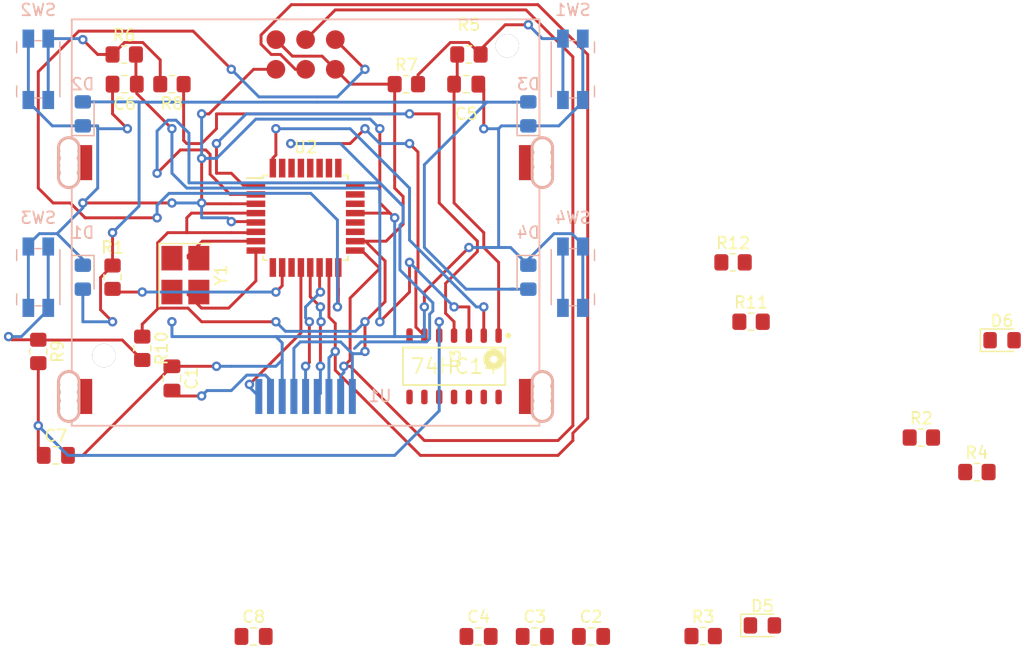
<source format=kicad_pcb>
(kicad_pcb (version 20171130) (host pcbnew "(5.1.9)-1")

  (general
    (thickness 1.6)
    (drawings 0)
    (tracks 419)
    (zones 0)
    (modules 35)
    (nets 41)
  )

  (page A4)
  (layers
    (0 F.Cu signal)
    (31 B.Cu signal)
    (32 B.Adhes user)
    (33 F.Adhes user)
    (34 B.Paste user)
    (35 F.Paste user)
    (36 B.SilkS user)
    (37 F.SilkS user)
    (38 B.Mask user)
    (39 F.Mask user)
    (40 Dwgs.User user)
    (41 Cmts.User user)
    (42 Eco1.User user)
    (43 Eco2.User user)
    (44 Edge.Cuts user)
    (45 Margin user)
    (46 B.CrtYd user)
    (47 F.CrtYd user)
    (48 B.Fab user)
    (49 F.Fab user)
  )

  (setup
    (last_trace_width 0.25)
    (trace_clearance 0.2)
    (zone_clearance 0.508)
    (zone_45_only no)
    (trace_min 0.2)
    (via_size 0.8)
    (via_drill 0.4)
    (via_min_size 0.4)
    (via_min_drill 0.3)
    (uvia_size 0.3)
    (uvia_drill 0.1)
    (uvias_allowed no)
    (uvia_min_size 0.2)
    (uvia_min_drill 0.1)
    (edge_width 0.05)
    (segment_width 0.2)
    (pcb_text_width 0.3)
    (pcb_text_size 1.5 1.5)
    (mod_edge_width 0.12)
    (mod_text_size 1 1)
    (mod_text_width 0.15)
    (pad_size 1.524 1.524)
    (pad_drill 0.762)
    (pad_to_mask_clearance 0)
    (aux_axis_origin 0 0)
    (visible_elements 7FFFFFFF)
    (pcbplotparams
      (layerselection 0x010fc_ffffffff)
      (usegerberextensions false)
      (usegerberattributes true)
      (usegerberadvancedattributes true)
      (creategerberjobfile true)
      (excludeedgelayer true)
      (linewidth 0.100000)
      (plotframeref false)
      (viasonmask false)
      (mode 1)
      (useauxorigin false)
      (hpglpennumber 1)
      (hpglpenspeed 20)
      (hpglpendiameter 15.000000)
      (psnegative false)
      (psa4output false)
      (plotreference true)
      (plotvalue true)
      (plotinvisibletext false)
      (padsonsilk false)
      (subtractmaskfromsilk false)
      (outputformat 1)
      (mirror false)
      (drillshape 1)
      (scaleselection 1)
      (outputdirectory ""))
  )

  (net 0 "")
  (net 1 "Net-(C1-Pad2)")
  (net 2 GND)
  (net 3 "Net-(C2-Pad2)")
  (net 4 "Net-(C3-Pad2)")
  (net 5 +5V)
  (net 6 "Net-(C5-Pad1)")
  (net 7 "Net-(C6-Pad1)")
  (net 8 "Net-(C7-Pad1)")
  (net 9 "Net-(C8-Pad1)")
  (net 10 "Net-(D1-Pad2)")
  (net 11 "Net-(D5-Pad2)")
  (net 12 "Net-(D6-Pad2)")
  (net 13 "Net-(J1-Pad1)")
  (net 14 "Net-(J1-Pad3)")
  (net 15 "Net-(J1-Pad4)")
  (net 16 "Net-(R1-Pad1)")
  (net 17 "Net-(R10-Pad2)")
  (net 18 "Net-(R11-Pad2)")
  (net 19 "Net-(U1-Pad6)")
  (net 20 "Net-(U1-Pad1)")
  (net 21 "Net-(U1-Pad5)")
  (net 22 "Net-(U2-Pad1)")
  (net 23 "Net-(U2-Pad2)")
  (net 24 "Net-(U2-Pad9)")
  (net 25 "Net-(U2-Pad19)")
  (net 26 "Net-(U2-Pad20)")
  (net 27 "Net-(U2-Pad22)")
  (net 28 "Net-(U2-Pad23)")
  (net 29 "Net-(U2-Pad24)")
  (net 30 "Net-(U2-Pad25)")
  (net 31 "Net-(U2-Pad26)")
  (net 32 "Net-(U2-Pad27)")
  (net 33 "Net-(U2-Pad28)")
  (net 34 "Net-(U2-Pad30)")
  (net 35 "Net-(U2-Pad31)")
  (net 36 "Net-(U2-Pad32)")
  (net 37 "Net-(R2-Pad2)")
  (net 38 "Net-(R3-Pad2)")
  (net 39 "Net-(R5-Pad1)")
  (net 40 "Net-(R6-Pad1)")

  (net_class Default "This is the default net class."
    (clearance 0.2)
    (trace_width 0.25)
    (via_dia 0.8)
    (via_drill 0.4)
    (uvia_dia 0.3)
    (uvia_drill 0.1)
    (add_net +5V)
    (add_net GND)
    (add_net "Net-(C1-Pad2)")
    (add_net "Net-(C2-Pad2)")
    (add_net "Net-(C3-Pad2)")
    (add_net "Net-(C5-Pad1)")
    (add_net "Net-(C6-Pad1)")
    (add_net "Net-(C7-Pad1)")
    (add_net "Net-(C8-Pad1)")
    (add_net "Net-(D1-Pad2)")
    (add_net "Net-(D5-Pad2)")
    (add_net "Net-(D6-Pad2)")
    (add_net "Net-(J1-Pad1)")
    (add_net "Net-(J1-Pad3)")
    (add_net "Net-(J1-Pad4)")
    (add_net "Net-(R1-Pad1)")
    (add_net "Net-(R10-Pad2)")
    (add_net "Net-(R11-Pad2)")
    (add_net "Net-(R2-Pad2)")
    (add_net "Net-(R3-Pad2)")
    (add_net "Net-(R5-Pad1)")
    (add_net "Net-(R6-Pad1)")
    (add_net "Net-(U1-Pad1)")
    (add_net "Net-(U1-Pad5)")
    (add_net "Net-(U1-Pad6)")
    (add_net "Net-(U2-Pad1)")
    (add_net "Net-(U2-Pad19)")
    (add_net "Net-(U2-Pad2)")
    (add_net "Net-(U2-Pad20)")
    (add_net "Net-(U2-Pad22)")
    (add_net "Net-(U2-Pad23)")
    (add_net "Net-(U2-Pad24)")
    (add_net "Net-(U2-Pad25)")
    (add_net "Net-(U2-Pad26)")
    (add_net "Net-(U2-Pad27)")
    (add_net "Net-(U2-Pad28)")
    (add_net "Net-(U2-Pad30)")
    (add_net "Net-(U2-Pad31)")
    (add_net "Net-(U2-Pad32)")
    (add_net "Net-(U2-Pad9)")
  )

  (module Nokia5110:Nokia_5110-3310_LCD-F.Paste-B.Paste (layer B.Cu) (tedit 60C8A39E) (tstamp 60C7D988)
    (at 135.89 90.17)
    (path /60C2F026)
    (fp_text reference U1 (at 6.35 -2.54) (layer B.SilkS)
      (effects (font (size 1 1) (thickness 0.15)) (justify mirror))
    )
    (fp_text value Nokia_5110_LCD (at 0 -8) (layer B.Fab)
      (effects (font (size 1 1) (thickness 0.15)) (justify mirror))
    )
    (fp_line (start -20 0) (end 20 0) (layer B.SilkS) (width 0.15))
    (fp_line (start 20 -34.75) (end -20 -34.75) (layer B.SilkS) (width 0.15))
    (fp_line (start 20 0) (end 20 -34.75) (layer B.SilkS) (width 0.15))
    (fp_line (start -20 0) (end -20 -34.75) (layer B.SilkS) (width 0.15))
    (pad "" thru_hole circle (at -17.25 -6) (size 2 2) (drill 2) (layers *.Cu))
    (pad "" np_thru_hole circle (at 20.25 -1.75) (size 1.5 1.5) (drill 1.5) (layers *.Mask F.Cu B.SilkS))
    (pad "" np_thru_hole circle (at 20.25 -3.75) (size 1.5 1.5) (drill 1.5) (layers *.Mask F.Cu B.SilkS))
    (pad "" np_thru_hole circle (at 20.25 -1.25) (size 1.5 1.5) (drill 1.5) (layers *.Mask F.Cu B.SilkS))
    (pad 3 smd rect (at -2 -2.5) (size 0.6 3) (layers B.Cu B.Paste B.Mask)
      (net 2 GND))
    (pad 4 smd rect (at -1 -2.5) (size 0.6 3) (layers B.Cu B.Paste B.Mask)
      (net 5 +5V))
    (pad 5 smd rect (at 0 -2.5) (size 0.6 3) (layers B.Cu B.Paste B.Mask)
      (net 21 "Net-(U1-Pad5)"))
    (pad 2 smd rect (at -3 -2.5) (size 0.6 3) (layers B.Cu B.Paste B.Mask)
      (net 1 "Net-(C1-Pad2)"))
    (pad 1 smd rect (at -4 -2.5) (size 0.6 3) (layers B.Cu B.Paste B.Mask)
      (net 20 "Net-(U1-Pad1)"))
    (pad 6 smd rect (at 1 -2.5) (size 0.6 3) (layers B.Cu B.Paste B.Mask)
      (net 19 "Net-(U1-Pad6)"))
    (pad 7 smd rect (at 2 -2.5) (size 0.6 3) (layers B.Cu B.Paste B.Mask)
      (net 15 "Net-(J1-Pad4)"))
    (pad 8 smd rect (at 3 -2.5) (size 0.6 3) (layers B.Cu B.Paste B.Mask)
      (net 14 "Net-(J1-Pad3)"))
    (pad 9 smd rect (at 4 -2.5) (size 0.6 3) (layers B.Cu B.Paste B.Mask)
      (net 5 +5V))
    (pad "" np_thru_hole oval (at -20.25 -2.5) (size 2 4.5) (drill 1.5) (layers *.Mask F.Cu B.SilkS))
    (pad "" np_thru_hole oval (at 20.25 -2.5) (size 2 4.5) (drill 1.5) (layers *.Mask F.Cu B.SilkS))
    (pad "" np_thru_hole oval (at -20.25 -22.5) (size 2 4.5) (drill 1.5) (layers *.Mask F.Cu B.SilkS))
    (pad "" np_thru_hole oval (at 20.25 -22.5) (size 2 4.5) (drill 1.5) (layers *.Mask F.Cu B.SilkS))
    (pad "" smd rect (at -19 -2.5) (size 1.5 3) (layers F.Cu F.Paste F.Mask))
    (pad "" smd rect (at -19 -22.5) (size 1.5 3) (layers F.Cu F.Paste F.Mask))
    (pad "" smd rect (at 19 -22.5) (size 1.5 3) (layers F.Cu F.Paste F.Mask))
    (pad "" smd rect (at 19 -2.5) (size 1.5 3) (layers F.Cu F.Paste F.Mask))
    (pad "" np_thru_hole circle (at 20.25 -3) (size 1.5 1.5) (drill 1.5) (layers *.Mask F.Cu B.SilkS))
    (pad "" np_thru_hole circle (at 20.25 -21.25) (size 1.5 1.5) (drill 1.5) (layers *.Mask F.Cu B.SilkS))
    (pad "" np_thru_hole circle (at 20.25 -23.75) (size 1.5 1.5) (drill 1.5) (layers *.Mask F.Cu B.SilkS))
    (pad "" np_thru_hole circle (at -20.25 -1.75) (size 1.5 1.5) (drill 1.5) (layers *.Mask F.Cu B.SilkS))
    (pad "" np_thru_hole circle (at -20.25 -1.25) (size 1.5 1.5) (drill 1.5) (layers *.Mask F.Cu B.SilkS))
    (pad "" np_thru_hole circle (at -20.25 -3.25) (size 1.5 1.5) (drill 1.5) (layers *.Mask F.Cu B.SilkS))
    (pad "" np_thru_hole circle (at -20.25 -3.75) (size 1.5 1.5) (drill 1.5) (layers *.Mask F.Cu B.SilkS))
    (pad "" np_thru_hole circle (at -20.25 -21.25) (size 1.5 1.5) (drill 1.5) (layers *.Mask F.Cu B.SilkS))
    (pad "" np_thru_hole circle (at -20.25 -23.75) (size 1.5 1.5) (drill 1.5) (layers *.Mask F.Cu B.SilkS))
    (pad "" np_thru_hole circle (at -20.25 -22) (size 1.5 1.5) (drill 1.5) (layers *.Mask F.Cu B.SilkS))
    (pad "" np_thru_hole circle (at -20.25 -23.25) (size 1.5 1.5) (drill 1.5) (layers *.Mask F.Cu B.SilkS))
    (pad "" np_thru_hole circle (at 20.25 -21.75) (size 1.5 1.5) (drill 1.5) (layers *.Mask F.Cu B.SilkS))
    (pad "" np_thru_hole circle (at 20.25 -23) (size 1.5 1.5) (drill 1.5) (layers *.Mask F.Cu B.SilkS))
    (pad "" thru_hole circle (at 17.25 -32.5) (size 2 2) (drill 2) (layers *.Cu))
  )

  (module Capacitor_SMD:C_0805_2012Metric_Pad1.18x1.45mm_HandSolder (layer F.Cu) (tedit 5F68FEEF) (tstamp 60C7D72E)
    (at 124.46 86.1275 270)
    (descr "Capacitor SMD 0805 (2012 Metric), square (rectangular) end terminal, IPC_7351 nominal with elongated pad for handsoldering. (Body size source: IPC-SM-782 page 76, https://www.pcb-3d.com/wordpress/wp-content/uploads/ipc-sm-782a_amendment_1_and_2.pdf, https://docs.google.com/spreadsheets/d/1BsfQQcO9C6DZCsRaXUlFlo91Tg2WpOkGARC1WS5S8t0/edit?usp=sharing), generated with kicad-footprint-generator")
    (tags "capacitor handsolder")
    (path /60C3DE26)
    (attr smd)
    (fp_text reference C1 (at 0 -1.68 90) (layer F.SilkS)
      (effects (font (size 1 1) (thickness 0.15)))
    )
    (fp_text value 0.1u (at 0 1.68 90) (layer F.Fab)
      (effects (font (size 1 1) (thickness 0.15)))
    )
    (fp_line (start 1.88 0.98) (end -1.88 0.98) (layer F.CrtYd) (width 0.05))
    (fp_line (start 1.88 -0.98) (end 1.88 0.98) (layer F.CrtYd) (width 0.05))
    (fp_line (start -1.88 -0.98) (end 1.88 -0.98) (layer F.CrtYd) (width 0.05))
    (fp_line (start -1.88 0.98) (end -1.88 -0.98) (layer F.CrtYd) (width 0.05))
    (fp_line (start -0.261252 0.735) (end 0.261252 0.735) (layer F.SilkS) (width 0.12))
    (fp_line (start -0.261252 -0.735) (end 0.261252 -0.735) (layer F.SilkS) (width 0.12))
    (fp_line (start 1 0.625) (end -1 0.625) (layer F.Fab) (width 0.1))
    (fp_line (start 1 -0.625) (end 1 0.625) (layer F.Fab) (width 0.1))
    (fp_line (start -1 -0.625) (end 1 -0.625) (layer F.Fab) (width 0.1))
    (fp_line (start -1 0.625) (end -1 -0.625) (layer F.Fab) (width 0.1))
    (fp_text user %R (at 0 0 90) (layer F.Fab)
      (effects (font (size 0.5 0.5) (thickness 0.08)))
    )
    (pad 2 smd roundrect (at 1.0375 0 270) (size 1.175 1.45) (layers F.Cu F.Paste F.Mask) (roundrect_rratio 0.212766)
      (net 1 "Net-(C1-Pad2)"))
    (pad 1 smd roundrect (at -1.0375 0 270) (size 1.175 1.45) (layers F.Cu F.Paste F.Mask) (roundrect_rratio 0.212766)
      (net 2 GND))
    (model ${KISYS3DMOD}/Capacitor_SMD.3dshapes/C_0805_2012Metric.wrl
      (at (xyz 0 0 0))
      (scale (xyz 1 1 1))
      (rotate (xyz 0 0 0))
    )
  )

  (module Capacitor_SMD:C_0805_2012Metric_Pad1.18x1.45mm_HandSolder (layer F.Cu) (tedit 5F68FEEF) (tstamp 60C7D73F)
    (at 160.305001 108.195001)
    (descr "Capacitor SMD 0805 (2012 Metric), square (rectangular) end terminal, IPC_7351 nominal with elongated pad for handsoldering. (Body size source: IPC-SM-782 page 76, https://www.pcb-3d.com/wordpress/wp-content/uploads/ipc-sm-782a_amendment_1_and_2.pdf, https://docs.google.com/spreadsheets/d/1BsfQQcO9C6DZCsRaXUlFlo91Tg2WpOkGARC1WS5S8t0/edit?usp=sharing), generated with kicad-footprint-generator")
    (tags "capacitor handsolder")
    (path /60C0E9E7)
    (attr smd)
    (fp_text reference C2 (at 0 -1.68) (layer F.SilkS)
      (effects (font (size 1 1) (thickness 0.15)))
    )
    (fp_text value 22p (at 0 1.68) (layer F.Fab)
      (effects (font (size 1 1) (thickness 0.15)))
    )
    (fp_line (start -1 0.625) (end -1 -0.625) (layer F.Fab) (width 0.1))
    (fp_line (start -1 -0.625) (end 1 -0.625) (layer F.Fab) (width 0.1))
    (fp_line (start 1 -0.625) (end 1 0.625) (layer F.Fab) (width 0.1))
    (fp_line (start 1 0.625) (end -1 0.625) (layer F.Fab) (width 0.1))
    (fp_line (start -0.261252 -0.735) (end 0.261252 -0.735) (layer F.SilkS) (width 0.12))
    (fp_line (start -0.261252 0.735) (end 0.261252 0.735) (layer F.SilkS) (width 0.12))
    (fp_line (start -1.88 0.98) (end -1.88 -0.98) (layer F.CrtYd) (width 0.05))
    (fp_line (start -1.88 -0.98) (end 1.88 -0.98) (layer F.CrtYd) (width 0.05))
    (fp_line (start 1.88 -0.98) (end 1.88 0.98) (layer F.CrtYd) (width 0.05))
    (fp_line (start 1.88 0.98) (end -1.88 0.98) (layer F.CrtYd) (width 0.05))
    (fp_text user %R (at 0 0) (layer F.Fab)
      (effects (font (size 0.5 0.5) (thickness 0.08)))
    )
    (pad 1 smd roundrect (at -1.0375 0) (size 1.175 1.45) (layers F.Cu F.Paste F.Mask) (roundrect_rratio 0.212766)
      (net 2 GND))
    (pad 2 smd roundrect (at 1.0375 0) (size 1.175 1.45) (layers F.Cu F.Paste F.Mask) (roundrect_rratio 0.212766)
      (net 3 "Net-(C2-Pad2)"))
    (model ${KISYS3DMOD}/Capacitor_SMD.3dshapes/C_0805_2012Metric.wrl
      (at (xyz 0 0 0))
      (scale (xyz 1 1 1))
      (rotate (xyz 0 0 0))
    )
  )

  (module Capacitor_SMD:C_0805_2012Metric_Pad1.18x1.45mm_HandSolder (layer F.Cu) (tedit 5F68FEEF) (tstamp 60C7D750)
    (at 155.495001 108.195001)
    (descr "Capacitor SMD 0805 (2012 Metric), square (rectangular) end terminal, IPC_7351 nominal with elongated pad for handsoldering. (Body size source: IPC-SM-782 page 76, https://www.pcb-3d.com/wordpress/wp-content/uploads/ipc-sm-782a_amendment_1_and_2.pdf, https://docs.google.com/spreadsheets/d/1BsfQQcO9C6DZCsRaXUlFlo91Tg2WpOkGARC1WS5S8t0/edit?usp=sharing), generated with kicad-footprint-generator")
    (tags "capacitor handsolder")
    (path /60C0E2CA)
    (attr smd)
    (fp_text reference C3 (at 0 -1.68) (layer F.SilkS)
      (effects (font (size 1 1) (thickness 0.15)))
    )
    (fp_text value 22p (at 0 1.68) (layer F.Fab)
      (effects (font (size 1 1) (thickness 0.15)))
    )
    (fp_line (start -1 0.625) (end -1 -0.625) (layer F.Fab) (width 0.1))
    (fp_line (start -1 -0.625) (end 1 -0.625) (layer F.Fab) (width 0.1))
    (fp_line (start 1 -0.625) (end 1 0.625) (layer F.Fab) (width 0.1))
    (fp_line (start 1 0.625) (end -1 0.625) (layer F.Fab) (width 0.1))
    (fp_line (start -0.261252 -0.735) (end 0.261252 -0.735) (layer F.SilkS) (width 0.12))
    (fp_line (start -0.261252 0.735) (end 0.261252 0.735) (layer F.SilkS) (width 0.12))
    (fp_line (start -1.88 0.98) (end -1.88 -0.98) (layer F.CrtYd) (width 0.05))
    (fp_line (start -1.88 -0.98) (end 1.88 -0.98) (layer F.CrtYd) (width 0.05))
    (fp_line (start 1.88 -0.98) (end 1.88 0.98) (layer F.CrtYd) (width 0.05))
    (fp_line (start 1.88 0.98) (end -1.88 0.98) (layer F.CrtYd) (width 0.05))
    (fp_text user %R (at 0 0) (layer F.Fab)
      (effects (font (size 0.5 0.5) (thickness 0.08)))
    )
    (pad 1 smd roundrect (at -1.0375 0) (size 1.175 1.45) (layers F.Cu F.Paste F.Mask) (roundrect_rratio 0.212766)
      (net 2 GND))
    (pad 2 smd roundrect (at 1.0375 0) (size 1.175 1.45) (layers F.Cu F.Paste F.Mask) (roundrect_rratio 0.212766)
      (net 4 "Net-(C3-Pad2)"))
    (model ${KISYS3DMOD}/Capacitor_SMD.3dshapes/C_0805_2012Metric.wrl
      (at (xyz 0 0 0))
      (scale (xyz 1 1 1))
      (rotate (xyz 0 0 0))
    )
  )

  (module Capacitor_SMD:C_0805_2012Metric_Pad1.18x1.45mm_HandSolder (layer F.Cu) (tedit 5F68FEEF) (tstamp 60C7D761)
    (at 150.685001 108.195001)
    (descr "Capacitor SMD 0805 (2012 Metric), square (rectangular) end terminal, IPC_7351 nominal with elongated pad for handsoldering. (Body size source: IPC-SM-782 page 76, https://www.pcb-3d.com/wordpress/wp-content/uploads/ipc-sm-782a_amendment_1_and_2.pdf, https://docs.google.com/spreadsheets/d/1BsfQQcO9C6DZCsRaXUlFlo91Tg2WpOkGARC1WS5S8t0/edit?usp=sharing), generated with kicad-footprint-generator")
    (tags "capacitor handsolder")
    (path /61205DD1)
    (attr smd)
    (fp_text reference C4 (at 0 -1.68) (layer F.SilkS)
      (effects (font (size 1 1) (thickness 0.15)))
    )
    (fp_text value 10u (at 0 1.68) (layer F.Fab)
      (effects (font (size 1 1) (thickness 0.15)))
    )
    (fp_line (start -1 0.625) (end -1 -0.625) (layer F.Fab) (width 0.1))
    (fp_line (start -1 -0.625) (end 1 -0.625) (layer F.Fab) (width 0.1))
    (fp_line (start 1 -0.625) (end 1 0.625) (layer F.Fab) (width 0.1))
    (fp_line (start 1 0.625) (end -1 0.625) (layer F.Fab) (width 0.1))
    (fp_line (start -0.261252 -0.735) (end 0.261252 -0.735) (layer F.SilkS) (width 0.12))
    (fp_line (start -0.261252 0.735) (end 0.261252 0.735) (layer F.SilkS) (width 0.12))
    (fp_line (start -1.88 0.98) (end -1.88 -0.98) (layer F.CrtYd) (width 0.05))
    (fp_line (start -1.88 -0.98) (end 1.88 -0.98) (layer F.CrtYd) (width 0.05))
    (fp_line (start 1.88 -0.98) (end 1.88 0.98) (layer F.CrtYd) (width 0.05))
    (fp_line (start 1.88 0.98) (end -1.88 0.98) (layer F.CrtYd) (width 0.05))
    (fp_text user %R (at 0 0) (layer F.Fab)
      (effects (font (size 0.5 0.5) (thickness 0.08)))
    )
    (pad 1 smd roundrect (at -1.0375 0) (size 1.175 1.45) (layers F.Cu F.Paste F.Mask) (roundrect_rratio 0.212766)
      (net 5 +5V))
    (pad 2 smd roundrect (at 1.0375 0) (size 1.175 1.45) (layers F.Cu F.Paste F.Mask) (roundrect_rratio 0.212766)
      (net 2 GND))
    (model ${KISYS3DMOD}/Capacitor_SMD.3dshapes/C_0805_2012Metric.wrl
      (at (xyz 0 0 0))
      (scale (xyz 1 1 1))
      (rotate (xyz 0 0 0))
    )
  )

  (module Capacitor_SMD:C_0805_2012Metric_Pad1.18x1.45mm_HandSolder (layer F.Cu) (tedit 5F68FEEF) (tstamp 60C7D772)
    (at 149.6275 60.96)
    (descr "Capacitor SMD 0805 (2012 Metric), square (rectangular) end terminal, IPC_7351 nominal with elongated pad for handsoldering. (Body size source: IPC-SM-782 page 76, https://www.pcb-3d.com/wordpress/wp-content/uploads/ipc-sm-782a_amendment_1_and_2.pdf, https://docs.google.com/spreadsheets/d/1BsfQQcO9C6DZCsRaXUlFlo91Tg2WpOkGARC1WS5S8t0/edit?usp=sharing), generated with kicad-footprint-generator")
    (tags "capacitor handsolder")
    (path /610BC931)
    (attr smd)
    (fp_text reference C5 (at 0 2.54) (layer F.SilkS)
      (effects (font (size 1 1) (thickness 0.15)))
    )
    (fp_text value 0.1u (at 0 1.68) (layer F.Fab)
      (effects (font (size 1 1) (thickness 0.15)))
    )
    (fp_line (start 1.88 0.98) (end -1.88 0.98) (layer F.CrtYd) (width 0.05))
    (fp_line (start 1.88 -0.98) (end 1.88 0.98) (layer F.CrtYd) (width 0.05))
    (fp_line (start -1.88 -0.98) (end 1.88 -0.98) (layer F.CrtYd) (width 0.05))
    (fp_line (start -1.88 0.98) (end -1.88 -0.98) (layer F.CrtYd) (width 0.05))
    (fp_line (start -0.261252 0.735) (end 0.261252 0.735) (layer F.SilkS) (width 0.12))
    (fp_line (start -0.261252 -0.735) (end 0.261252 -0.735) (layer F.SilkS) (width 0.12))
    (fp_line (start 1 0.625) (end -1 0.625) (layer F.Fab) (width 0.1))
    (fp_line (start 1 -0.625) (end 1 0.625) (layer F.Fab) (width 0.1))
    (fp_line (start -1 -0.625) (end 1 -0.625) (layer F.Fab) (width 0.1))
    (fp_line (start -1 0.625) (end -1 -0.625) (layer F.Fab) (width 0.1))
    (fp_text user %R (at 0 0) (layer F.Fab)
      (effects (font (size 0.5 0.5) (thickness 0.08)))
    )
    (pad 2 smd roundrect (at 1.0375 0) (size 1.175 1.45) (layers F.Cu F.Paste F.Mask) (roundrect_rratio 0.212766)
      (net 2 GND))
    (pad 1 smd roundrect (at -1.0375 0) (size 1.175 1.45) (layers F.Cu F.Paste F.Mask) (roundrect_rratio 0.212766)
      (net 6 "Net-(C5-Pad1)"))
    (model ${KISYS3DMOD}/Capacitor_SMD.3dshapes/C_0805_2012Metric.wrl
      (at (xyz 0 0 0))
      (scale (xyz 1 1 1))
      (rotate (xyz 0 0 0))
    )
  )

  (module Capacitor_SMD:C_0805_2012Metric_Pad1.18x1.45mm_HandSolder (layer F.Cu) (tedit 5F68FEEF) (tstamp 60C7D783)
    (at 120.4175 60.96 180)
    (descr "Capacitor SMD 0805 (2012 Metric), square (rectangular) end terminal, IPC_7351 nominal with elongated pad for handsoldering. (Body size source: IPC-SM-782 page 76, https://www.pcb-3d.com/wordpress/wp-content/uploads/ipc-sm-782a_amendment_1_and_2.pdf, https://docs.google.com/spreadsheets/d/1BsfQQcO9C6DZCsRaXUlFlo91Tg2WpOkGARC1WS5S8t0/edit?usp=sharing), generated with kicad-footprint-generator")
    (tags "capacitor handsolder")
    (path /610E413A)
    (attr smd)
    (fp_text reference C6 (at 0 -1.68) (layer F.SilkS)
      (effects (font (size 1 1) (thickness 0.15)))
    )
    (fp_text value 0.1u (at 0 1.68) (layer F.Fab)
      (effects (font (size 1 1) (thickness 0.15)))
    )
    (fp_line (start 1.88 0.98) (end -1.88 0.98) (layer F.CrtYd) (width 0.05))
    (fp_line (start 1.88 -0.98) (end 1.88 0.98) (layer F.CrtYd) (width 0.05))
    (fp_line (start -1.88 -0.98) (end 1.88 -0.98) (layer F.CrtYd) (width 0.05))
    (fp_line (start -1.88 0.98) (end -1.88 -0.98) (layer F.CrtYd) (width 0.05))
    (fp_line (start -0.261252 0.735) (end 0.261252 0.735) (layer F.SilkS) (width 0.12))
    (fp_line (start -0.261252 -0.735) (end 0.261252 -0.735) (layer F.SilkS) (width 0.12))
    (fp_line (start 1 0.625) (end -1 0.625) (layer F.Fab) (width 0.1))
    (fp_line (start 1 -0.625) (end 1 0.625) (layer F.Fab) (width 0.1))
    (fp_line (start -1 -0.625) (end 1 -0.625) (layer F.Fab) (width 0.1))
    (fp_line (start -1 0.625) (end -1 -0.625) (layer F.Fab) (width 0.1))
    (fp_text user %R (at 0 0) (layer F.Fab)
      (effects (font (size 0.5 0.5) (thickness 0.08)))
    )
    (pad 2 smd roundrect (at 1.0375 0 180) (size 1.175 1.45) (layers F.Cu F.Paste F.Mask) (roundrect_rratio 0.212766)
      (net 2 GND))
    (pad 1 smd roundrect (at -1.0375 0 180) (size 1.175 1.45) (layers F.Cu F.Paste F.Mask) (roundrect_rratio 0.212766)
      (net 7 "Net-(C6-Pad1)"))
    (model ${KISYS3DMOD}/Capacitor_SMD.3dshapes/C_0805_2012Metric.wrl
      (at (xyz 0 0 0))
      (scale (xyz 1 1 1))
      (rotate (xyz 0 0 0))
    )
  )

  (module Capacitor_SMD:C_0805_2012Metric_Pad1.18x1.45mm_HandSolder (layer F.Cu) (tedit 5F68FEEF) (tstamp 60C7D794)
    (at 114.5325 92.71)
    (descr "Capacitor SMD 0805 (2012 Metric), square (rectangular) end terminal, IPC_7351 nominal with elongated pad for handsoldering. (Body size source: IPC-SM-782 page 76, https://www.pcb-3d.com/wordpress/wp-content/uploads/ipc-sm-782a_amendment_1_and_2.pdf, https://docs.google.com/spreadsheets/d/1BsfQQcO9C6DZCsRaXUlFlo91Tg2WpOkGARC1WS5S8t0/edit?usp=sharing), generated with kicad-footprint-generator")
    (tags "capacitor handsolder")
    (path /610E4B92)
    (attr smd)
    (fp_text reference C7 (at 0 -1.68) (layer F.SilkS)
      (effects (font (size 1 1) (thickness 0.15)))
    )
    (fp_text value 0.1u (at 0 1.68) (layer F.Fab)
      (effects (font (size 1 1) (thickness 0.15)))
    )
    (fp_line (start -1 0.625) (end -1 -0.625) (layer F.Fab) (width 0.1))
    (fp_line (start -1 -0.625) (end 1 -0.625) (layer F.Fab) (width 0.1))
    (fp_line (start 1 -0.625) (end 1 0.625) (layer F.Fab) (width 0.1))
    (fp_line (start 1 0.625) (end -1 0.625) (layer F.Fab) (width 0.1))
    (fp_line (start -0.261252 -0.735) (end 0.261252 -0.735) (layer F.SilkS) (width 0.12))
    (fp_line (start -0.261252 0.735) (end 0.261252 0.735) (layer F.SilkS) (width 0.12))
    (fp_line (start -1.88 0.98) (end -1.88 -0.98) (layer F.CrtYd) (width 0.05))
    (fp_line (start -1.88 -0.98) (end 1.88 -0.98) (layer F.CrtYd) (width 0.05))
    (fp_line (start 1.88 -0.98) (end 1.88 0.98) (layer F.CrtYd) (width 0.05))
    (fp_line (start 1.88 0.98) (end -1.88 0.98) (layer F.CrtYd) (width 0.05))
    (fp_text user %R (at 0 0) (layer F.Fab)
      (effects (font (size 0.5 0.5) (thickness 0.08)))
    )
    (pad 1 smd roundrect (at -1.0375 0) (size 1.175 1.45) (layers F.Cu F.Paste F.Mask) (roundrect_rratio 0.212766)
      (net 8 "Net-(C7-Pad1)"))
    (pad 2 smd roundrect (at 1.0375 0) (size 1.175 1.45) (layers F.Cu F.Paste F.Mask) (roundrect_rratio 0.212766)
      (net 2 GND))
    (model ${KISYS3DMOD}/Capacitor_SMD.3dshapes/C_0805_2012Metric.wrl
      (at (xyz 0 0 0))
      (scale (xyz 1 1 1))
      (rotate (xyz 0 0 0))
    )
  )

  (module Capacitor_SMD:C_0805_2012Metric_Pad1.18x1.45mm_HandSolder (layer F.Cu) (tedit 5F68FEEF) (tstamp 60C7D7A5)
    (at 131.445001 108.195001)
    (descr "Capacitor SMD 0805 (2012 Metric), square (rectangular) end terminal, IPC_7351 nominal with elongated pad for handsoldering. (Body size source: IPC-SM-782 page 76, https://www.pcb-3d.com/wordpress/wp-content/uploads/ipc-sm-782a_amendment_1_and_2.pdf, https://docs.google.com/spreadsheets/d/1BsfQQcO9C6DZCsRaXUlFlo91Tg2WpOkGARC1WS5S8t0/edit?usp=sharing), generated with kicad-footprint-generator")
    (tags "capacitor handsolder")
    (path /610E55A4)
    (attr smd)
    (fp_text reference C8 (at 0 -1.68) (layer F.SilkS)
      (effects (font (size 1 1) (thickness 0.15)))
    )
    (fp_text value 0.1u (at 0 1.68) (layer F.Fab)
      (effects (font (size 1 1) (thickness 0.15)))
    )
    (fp_line (start 1.88 0.98) (end -1.88 0.98) (layer F.CrtYd) (width 0.05))
    (fp_line (start 1.88 -0.98) (end 1.88 0.98) (layer F.CrtYd) (width 0.05))
    (fp_line (start -1.88 -0.98) (end 1.88 -0.98) (layer F.CrtYd) (width 0.05))
    (fp_line (start -1.88 0.98) (end -1.88 -0.98) (layer F.CrtYd) (width 0.05))
    (fp_line (start -0.261252 0.735) (end 0.261252 0.735) (layer F.SilkS) (width 0.12))
    (fp_line (start -0.261252 -0.735) (end 0.261252 -0.735) (layer F.SilkS) (width 0.12))
    (fp_line (start 1 0.625) (end -1 0.625) (layer F.Fab) (width 0.1))
    (fp_line (start 1 -0.625) (end 1 0.625) (layer F.Fab) (width 0.1))
    (fp_line (start -1 -0.625) (end 1 -0.625) (layer F.Fab) (width 0.1))
    (fp_line (start -1 0.625) (end -1 -0.625) (layer F.Fab) (width 0.1))
    (fp_text user %R (at 0 0) (layer F.Fab)
      (effects (font (size 0.5 0.5) (thickness 0.08)))
    )
    (pad 2 smd roundrect (at 1.0375 0) (size 1.175 1.45) (layers F.Cu F.Paste F.Mask) (roundrect_rratio 0.212766)
      (net 2 GND))
    (pad 1 smd roundrect (at -1.0375 0) (size 1.175 1.45) (layers F.Cu F.Paste F.Mask) (roundrect_rratio 0.212766)
      (net 9 "Net-(C8-Pad1)"))
    (model ${KISYS3DMOD}/Capacitor_SMD.3dshapes/C_0805_2012Metric.wrl
      (at (xyz 0 0 0))
      (scale (xyz 1 1 1))
      (rotate (xyz 0 0 0))
    )
  )

  (module LED_SMD:LED_0805_2012Metric_Pad1.15x1.40mm_HandSolder (layer B.Cu) (tedit 5F68FEF1) (tstamp 60C7D7B8)
    (at 116.84 77.47 270)
    (descr "LED SMD 0805 (2012 Metric), square (rectangular) end terminal, IPC_7351 nominal, (Body size source: https://docs.google.com/spreadsheets/d/1BsfQQcO9C6DZCsRaXUlFlo91Tg2WpOkGARC1WS5S8t0/edit?usp=sharing), generated with kicad-footprint-generator")
    (tags "LED handsolder")
    (path /60C94F66)
    (attr smd)
    (fp_text reference D1 (at -3.81 0) (layer B.SilkS)
      (effects (font (size 1 1) (thickness 0.15)) (justify mirror))
    )
    (fp_text value LED (at 0 -1.65 270) (layer B.Fab)
      (effects (font (size 1 1) (thickness 0.15)) (justify mirror))
    )
    (fp_line (start 1 0.6) (end -0.7 0.6) (layer B.Fab) (width 0.1))
    (fp_line (start -0.7 0.6) (end -1 0.3) (layer B.Fab) (width 0.1))
    (fp_line (start -1 0.3) (end -1 -0.6) (layer B.Fab) (width 0.1))
    (fp_line (start -1 -0.6) (end 1 -0.6) (layer B.Fab) (width 0.1))
    (fp_line (start 1 -0.6) (end 1 0.6) (layer B.Fab) (width 0.1))
    (fp_line (start 1 0.96) (end -1.86 0.96) (layer B.SilkS) (width 0.12))
    (fp_line (start -1.86 0.96) (end -1.86 -0.96) (layer B.SilkS) (width 0.12))
    (fp_line (start -1.86 -0.96) (end 1 -0.96) (layer B.SilkS) (width 0.12))
    (fp_line (start -1.85 -0.95) (end -1.85 0.95) (layer B.CrtYd) (width 0.05))
    (fp_line (start -1.85 0.95) (end 1.85 0.95) (layer B.CrtYd) (width 0.05))
    (fp_line (start 1.85 0.95) (end 1.85 -0.95) (layer B.CrtYd) (width 0.05))
    (fp_line (start 1.85 -0.95) (end -1.85 -0.95) (layer B.CrtYd) (width 0.05))
    (fp_text user %R (at 0 0 270) (layer B.Fab)
      (effects (font (size 0.5 0.5) (thickness 0.08)) (justify mirror))
    )
    (pad 1 smd roundrect (at -1.025 0 270) (size 1.15 1.4) (layers B.Cu B.Paste B.Mask) (roundrect_rratio 0.217391)
      (net 2 GND))
    (pad 2 smd roundrect (at 1.025 0 270) (size 1.15 1.4) (layers B.Cu B.Paste B.Mask) (roundrect_rratio 0.217391)
      (net 10 "Net-(D1-Pad2)"))
    (model ${KISYS3DMOD}/LED_SMD.3dshapes/LED_0805_2012Metric.wrl
      (at (xyz 0 0 0))
      (scale (xyz 1 1 1))
      (rotate (xyz 0 0 0))
    )
  )

  (module LED_SMD:LED_0805_2012Metric_Pad1.15x1.40mm_HandSolder (layer B.Cu) (tedit 5F68FEF1) (tstamp 60C7D7CB)
    (at 116.84 63.5 90)
    (descr "LED SMD 0805 (2012 Metric), square (rectangular) end terminal, IPC_7351 nominal, (Body size source: https://docs.google.com/spreadsheets/d/1BsfQQcO9C6DZCsRaXUlFlo91Tg2WpOkGARC1WS5S8t0/edit?usp=sharing), generated with kicad-footprint-generator")
    (tags "LED handsolder")
    (path /60C958C2)
    (attr smd)
    (fp_text reference D2 (at 2.54 0) (layer B.SilkS)
      (effects (font (size 1 1) (thickness 0.15)) (justify mirror))
    )
    (fp_text value LED (at 0 -1.65 270) (layer B.Fab)
      (effects (font (size 1 1) (thickness 0.15)) (justify mirror))
    )
    (fp_line (start 1 0.6) (end -0.7 0.6) (layer B.Fab) (width 0.1))
    (fp_line (start -0.7 0.6) (end -1 0.3) (layer B.Fab) (width 0.1))
    (fp_line (start -1 0.3) (end -1 -0.6) (layer B.Fab) (width 0.1))
    (fp_line (start -1 -0.6) (end 1 -0.6) (layer B.Fab) (width 0.1))
    (fp_line (start 1 -0.6) (end 1 0.6) (layer B.Fab) (width 0.1))
    (fp_line (start 1 0.96) (end -1.86 0.96) (layer B.SilkS) (width 0.12))
    (fp_line (start -1.86 0.96) (end -1.86 -0.96) (layer B.SilkS) (width 0.12))
    (fp_line (start -1.86 -0.96) (end 1 -0.96) (layer B.SilkS) (width 0.12))
    (fp_line (start -1.85 -0.95) (end -1.85 0.95) (layer B.CrtYd) (width 0.05))
    (fp_line (start -1.85 0.95) (end 1.85 0.95) (layer B.CrtYd) (width 0.05))
    (fp_line (start 1.85 0.95) (end 1.85 -0.95) (layer B.CrtYd) (width 0.05))
    (fp_line (start 1.85 -0.95) (end -1.85 -0.95) (layer B.CrtYd) (width 0.05))
    (fp_text user %R (at 0 0 270) (layer B.Fab)
      (effects (font (size 0.5 0.5) (thickness 0.08)) (justify mirror))
    )
    (pad 1 smd roundrect (at -1.025 0 90) (size 1.15 1.4) (layers B.Cu B.Paste B.Mask) (roundrect_rratio 0.217391)
      (net 2 GND))
    (pad 2 smd roundrect (at 1.025 0 90) (size 1.15 1.4) (layers B.Cu B.Paste B.Mask) (roundrect_rratio 0.217391)
      (net 10 "Net-(D1-Pad2)"))
    (model ${KISYS3DMOD}/LED_SMD.3dshapes/LED_0805_2012Metric.wrl
      (at (xyz 0 0 0))
      (scale (xyz 1 1 1))
      (rotate (xyz 0 0 0))
    )
  )

  (module LED_SMD:LED_0805_2012Metric_Pad1.15x1.40mm_HandSolder (layer B.Cu) (tedit 5F68FEF1) (tstamp 60C7D7DE)
    (at 154.94 63.5 90)
    (descr "LED SMD 0805 (2012 Metric), square (rectangular) end terminal, IPC_7351 nominal, (Body size source: https://docs.google.com/spreadsheets/d/1BsfQQcO9C6DZCsRaXUlFlo91Tg2WpOkGARC1WS5S8t0/edit?usp=sharing), generated with kicad-footprint-generator")
    (tags "LED handsolder")
    (path /60C97C35)
    (attr smd)
    (fp_text reference D3 (at 2.54 0 180) (layer B.SilkS)
      (effects (font (size 1 1) (thickness 0.15)) (justify mirror))
    )
    (fp_text value LED (at 0 -1.65 270) (layer B.Fab)
      (effects (font (size 1 1) (thickness 0.15)) (justify mirror))
    )
    (fp_line (start 1.85 -0.95) (end -1.85 -0.95) (layer B.CrtYd) (width 0.05))
    (fp_line (start 1.85 0.95) (end 1.85 -0.95) (layer B.CrtYd) (width 0.05))
    (fp_line (start -1.85 0.95) (end 1.85 0.95) (layer B.CrtYd) (width 0.05))
    (fp_line (start -1.85 -0.95) (end -1.85 0.95) (layer B.CrtYd) (width 0.05))
    (fp_line (start -1.86 -0.96) (end 1 -0.96) (layer B.SilkS) (width 0.12))
    (fp_line (start -1.86 0.96) (end -1.86 -0.96) (layer B.SilkS) (width 0.12))
    (fp_line (start 1 0.96) (end -1.86 0.96) (layer B.SilkS) (width 0.12))
    (fp_line (start 1 -0.6) (end 1 0.6) (layer B.Fab) (width 0.1))
    (fp_line (start -1 -0.6) (end 1 -0.6) (layer B.Fab) (width 0.1))
    (fp_line (start -1 0.3) (end -1 -0.6) (layer B.Fab) (width 0.1))
    (fp_line (start -0.7 0.6) (end -1 0.3) (layer B.Fab) (width 0.1))
    (fp_line (start 1 0.6) (end -0.7 0.6) (layer B.Fab) (width 0.1))
    (fp_text user %R (at 0 0 270) (layer B.Fab)
      (effects (font (size 0.5 0.5) (thickness 0.08)) (justify mirror))
    )
    (pad 2 smd roundrect (at 1.025 0 90) (size 1.15 1.4) (layers B.Cu B.Paste B.Mask) (roundrect_rratio 0.217391)
      (net 10 "Net-(D1-Pad2)"))
    (pad 1 smd roundrect (at -1.025 0 90) (size 1.15 1.4) (layers B.Cu B.Paste B.Mask) (roundrect_rratio 0.217391)
      (net 2 GND))
    (model ${KISYS3DMOD}/LED_SMD.3dshapes/LED_0805_2012Metric.wrl
      (at (xyz 0 0 0))
      (scale (xyz 1 1 1))
      (rotate (xyz 0 0 0))
    )
  )

  (module LED_SMD:LED_0805_2012Metric_Pad1.15x1.40mm_HandSolder (layer B.Cu) (tedit 5F68FEF1) (tstamp 60C7D7F1)
    (at 154.94 77.47 270)
    (descr "LED SMD 0805 (2012 Metric), square (rectangular) end terminal, IPC_7351 nominal, (Body size source: https://docs.google.com/spreadsheets/d/1BsfQQcO9C6DZCsRaXUlFlo91Tg2WpOkGARC1WS5S8t0/edit?usp=sharing), generated with kicad-footprint-generator")
    (tags "LED handsolder")
    (path /60C98264)
    (attr smd)
    (fp_text reference D4 (at -3.81 0) (layer B.SilkS)
      (effects (font (size 1 1) (thickness 0.15)) (justify mirror))
    )
    (fp_text value LED (at 0 -1.65 270) (layer B.Fab)
      (effects (font (size 1 1) (thickness 0.15)) (justify mirror))
    )
    (fp_line (start 1.85 -0.95) (end -1.85 -0.95) (layer B.CrtYd) (width 0.05))
    (fp_line (start 1.85 0.95) (end 1.85 -0.95) (layer B.CrtYd) (width 0.05))
    (fp_line (start -1.85 0.95) (end 1.85 0.95) (layer B.CrtYd) (width 0.05))
    (fp_line (start -1.85 -0.95) (end -1.85 0.95) (layer B.CrtYd) (width 0.05))
    (fp_line (start -1.86 -0.96) (end 1 -0.96) (layer B.SilkS) (width 0.12))
    (fp_line (start -1.86 0.96) (end -1.86 -0.96) (layer B.SilkS) (width 0.12))
    (fp_line (start 1 0.96) (end -1.86 0.96) (layer B.SilkS) (width 0.12))
    (fp_line (start 1 -0.6) (end 1 0.6) (layer B.Fab) (width 0.1))
    (fp_line (start -1 -0.6) (end 1 -0.6) (layer B.Fab) (width 0.1))
    (fp_line (start -1 0.3) (end -1 -0.6) (layer B.Fab) (width 0.1))
    (fp_line (start -0.7 0.6) (end -1 0.3) (layer B.Fab) (width 0.1))
    (fp_line (start 1 0.6) (end -0.7 0.6) (layer B.Fab) (width 0.1))
    (fp_text user %R (at 0 0 270) (layer B.Fab)
      (effects (font (size 0.5 0.5) (thickness 0.08)) (justify mirror))
    )
    (pad 2 smd roundrect (at 1.025 0 270) (size 1.15 1.4) (layers B.Cu B.Paste B.Mask) (roundrect_rratio 0.217391)
      (net 10 "Net-(D1-Pad2)"))
    (pad 1 smd roundrect (at -1.025 0 270) (size 1.15 1.4) (layers B.Cu B.Paste B.Mask) (roundrect_rratio 0.217391)
      (net 2 GND))
    (model ${KISYS3DMOD}/LED_SMD.3dshapes/LED_0805_2012Metric.wrl
      (at (xyz 0 0 0))
      (scale (xyz 1 1 1))
      (rotate (xyz 0 0 0))
    )
  )

  (module LED_SMD:LED_0805_2012Metric_Pad1.15x1.40mm_HandSolder (layer F.Cu) (tedit 5F68FEF1) (tstamp 60C7D804)
    (at 174.960001 107.250001)
    (descr "LED SMD 0805 (2012 Metric), square (rectangular) end terminal, IPC_7351 nominal, (Body size source: https://docs.google.com/spreadsheets/d/1BsfQQcO9C6DZCsRaXUlFlo91Tg2WpOkGARC1WS5S8t0/edit?usp=sharing), generated with kicad-footprint-generator")
    (tags "LED handsolder")
    (path /60D4A58F)
    (attr smd)
    (fp_text reference D5 (at 0 -1.65) (layer F.SilkS)
      (effects (font (size 1 1) (thickness 0.15)))
    )
    (fp_text value LED (at 0 1.65) (layer F.Fab)
      (effects (font (size 1 1) (thickness 0.15)))
    )
    (fp_line (start 1 -0.6) (end -0.7 -0.6) (layer F.Fab) (width 0.1))
    (fp_line (start -0.7 -0.6) (end -1 -0.3) (layer F.Fab) (width 0.1))
    (fp_line (start -1 -0.3) (end -1 0.6) (layer F.Fab) (width 0.1))
    (fp_line (start -1 0.6) (end 1 0.6) (layer F.Fab) (width 0.1))
    (fp_line (start 1 0.6) (end 1 -0.6) (layer F.Fab) (width 0.1))
    (fp_line (start 1 -0.96) (end -1.86 -0.96) (layer F.SilkS) (width 0.12))
    (fp_line (start -1.86 -0.96) (end -1.86 0.96) (layer F.SilkS) (width 0.12))
    (fp_line (start -1.86 0.96) (end 1 0.96) (layer F.SilkS) (width 0.12))
    (fp_line (start -1.85 0.95) (end -1.85 -0.95) (layer F.CrtYd) (width 0.05))
    (fp_line (start -1.85 -0.95) (end 1.85 -0.95) (layer F.CrtYd) (width 0.05))
    (fp_line (start 1.85 -0.95) (end 1.85 0.95) (layer F.CrtYd) (width 0.05))
    (fp_line (start 1.85 0.95) (end -1.85 0.95) (layer F.CrtYd) (width 0.05))
    (fp_text user %R (at 0 0) (layer F.Fab)
      (effects (font (size 0.5 0.5) (thickness 0.08)))
    )
    (pad 1 smd roundrect (at -1.025 0) (size 1.15 1.4) (layers F.Cu F.Paste F.Mask) (roundrect_rratio 0.217391)
      (net 2 GND))
    (pad 2 smd roundrect (at 1.025 0) (size 1.15 1.4) (layers F.Cu F.Paste F.Mask) (roundrect_rratio 0.217391)
      (net 11 "Net-(D5-Pad2)"))
    (model ${KISYS3DMOD}/LED_SMD.3dshapes/LED_0805_2012Metric.wrl
      (at (xyz 0 0 0))
      (scale (xyz 1 1 1))
      (rotate (xyz 0 0 0))
    )
  )

  (module LED_SMD:LED_0805_2012Metric_Pad1.15x1.40mm_HandSolder (layer F.Cu) (tedit 5F68FEF1) (tstamp 60C7D817)
    (at 195.460001 82.860001)
    (descr "LED SMD 0805 (2012 Metric), square (rectangular) end terminal, IPC_7351 nominal, (Body size source: https://docs.google.com/spreadsheets/d/1BsfQQcO9C6DZCsRaXUlFlo91Tg2WpOkGARC1WS5S8t0/edit?usp=sharing), generated with kicad-footprint-generator")
    (tags "LED handsolder")
    (path /60D31404)
    (attr smd)
    (fp_text reference D6 (at 0 -1.65) (layer F.SilkS)
      (effects (font (size 1 1) (thickness 0.15)))
    )
    (fp_text value LED (at 0 1.65) (layer F.Fab)
      (effects (font (size 1 1) (thickness 0.15)))
    )
    (fp_line (start 1.85 0.95) (end -1.85 0.95) (layer F.CrtYd) (width 0.05))
    (fp_line (start 1.85 -0.95) (end 1.85 0.95) (layer F.CrtYd) (width 0.05))
    (fp_line (start -1.85 -0.95) (end 1.85 -0.95) (layer F.CrtYd) (width 0.05))
    (fp_line (start -1.85 0.95) (end -1.85 -0.95) (layer F.CrtYd) (width 0.05))
    (fp_line (start -1.86 0.96) (end 1 0.96) (layer F.SilkS) (width 0.12))
    (fp_line (start -1.86 -0.96) (end -1.86 0.96) (layer F.SilkS) (width 0.12))
    (fp_line (start 1 -0.96) (end -1.86 -0.96) (layer F.SilkS) (width 0.12))
    (fp_line (start 1 0.6) (end 1 -0.6) (layer F.Fab) (width 0.1))
    (fp_line (start -1 0.6) (end 1 0.6) (layer F.Fab) (width 0.1))
    (fp_line (start -1 -0.3) (end -1 0.6) (layer F.Fab) (width 0.1))
    (fp_line (start -0.7 -0.6) (end -1 -0.3) (layer F.Fab) (width 0.1))
    (fp_line (start 1 -0.6) (end -0.7 -0.6) (layer F.Fab) (width 0.1))
    (fp_text user %R (at 0 0) (layer F.Fab)
      (effects (font (size 0.5 0.5) (thickness 0.08)))
    )
    (pad 2 smd roundrect (at 1.025 0) (size 1.15 1.4) (layers F.Cu F.Paste F.Mask) (roundrect_rratio 0.217391)
      (net 12 "Net-(D6-Pad2)"))
    (pad 1 smd roundrect (at -1.025 0) (size 1.15 1.4) (layers F.Cu F.Paste F.Mask) (roundrect_rratio 0.217391)
      (net 2 GND))
    (model ${KISYS3DMOD}/LED_SMD.3dshapes/LED_0805_2012Metric.wrl
      (at (xyz 0 0 0))
      (scale (xyz 1 1 1))
      (rotate (xyz 0 0 0))
    )
  )

  (module AVR-ISP-6:AVR-ISP-6 (layer F.Cu) (tedit 5860A6AE) (tstamp 60C7D821)
    (at 138.43 57.15 270)
    (descr "6-lead dip package, row spacing 7.62 mm (300 mils)")
    (tags "dil dip 2.54 300")
    (path /60C86912)
    (fp_text reference J1 (at 0 -2.54 90) (layer F.SilkS) hide
      (effects (font (size 1 1) (thickness 0.15)))
    )
    (fp_text value AVR-ISP-6 (at 0 -3.72 90) (layer F.Fab) hide
      (effects (font (size 1 1) (thickness 0.15)))
    )
    (pad 1 smd oval (at 0 0 270) (size 1.6 1.6) (layers F.Cu F.Paste F.Mask)
      (net 13 "Net-(J1-Pad1)"))
    (pad 2 smd oval (at 2.54 0 270) (size 1.6 1.6) (layers F.Cu F.Paste F.Mask)
      (net 5 +5V))
    (pad 3 smd oval (at 0 2.54 270) (size 1.6 1.6) (layers F.Cu F.Paste F.Mask)
      (net 14 "Net-(J1-Pad3)"))
    (pad 4 smd oval (at 2.54 2.54 270) (size 1.6 1.6) (layers F.Cu F.Paste F.Mask)
      (net 15 "Net-(J1-Pad4)"))
    (pad 5 smd oval (at 0 5.08 270) (size 1.6 1.6) (layers F.Cu F.Paste F.Mask)
      (net 5 +5V))
    (pad 6 smd oval (at 2.54 5.08 270) (size 1.6 1.6) (layers F.Cu F.Paste F.Mask)
      (net 2 GND))
  )

  (module Resistor_SMD:R_0805_2012Metric_Pad1.20x1.40mm_HandSolder (layer F.Cu) (tedit 5F68FEEE) (tstamp 60C7D832)
    (at 119.38 77.47 90)
    (descr "Resistor SMD 0805 (2012 Metric), square (rectangular) end terminal, IPC_7351 nominal with elongated pad for handsoldering. (Body size source: IPC-SM-782 page 72, https://www.pcb-3d.com/wordpress/wp-content/uploads/ipc-sm-782a_amendment_1_and_2.pdf), generated with kicad-footprint-generator")
    (tags "resistor handsolder")
    (path /60C7E814)
    (attr smd)
    (fp_text reference R1 (at 2.54 0) (layer F.SilkS)
      (effects (font (size 1 1) (thickness 0.15)))
    )
    (fp_text value 100 (at 0 1.65 90) (layer F.Fab)
      (effects (font (size 1 1) (thickness 0.15)))
    )
    (fp_line (start -1 0.625) (end -1 -0.625) (layer F.Fab) (width 0.1))
    (fp_line (start -1 -0.625) (end 1 -0.625) (layer F.Fab) (width 0.1))
    (fp_line (start 1 -0.625) (end 1 0.625) (layer F.Fab) (width 0.1))
    (fp_line (start 1 0.625) (end -1 0.625) (layer F.Fab) (width 0.1))
    (fp_line (start -0.227064 -0.735) (end 0.227064 -0.735) (layer F.SilkS) (width 0.12))
    (fp_line (start -0.227064 0.735) (end 0.227064 0.735) (layer F.SilkS) (width 0.12))
    (fp_line (start -1.85 0.95) (end -1.85 -0.95) (layer F.CrtYd) (width 0.05))
    (fp_line (start -1.85 -0.95) (end 1.85 -0.95) (layer F.CrtYd) (width 0.05))
    (fp_line (start 1.85 -0.95) (end 1.85 0.95) (layer F.CrtYd) (width 0.05))
    (fp_line (start 1.85 0.95) (end -1.85 0.95) (layer F.CrtYd) (width 0.05))
    (fp_text user %R (at 0 0 90) (layer F.Fab)
      (effects (font (size 0.5 0.5) (thickness 0.08)))
    )
    (pad 1 smd roundrect (at -1 0 90) (size 1.2 1.4) (layers F.Cu F.Paste F.Mask) (roundrect_rratio 0.208333)
      (net 16 "Net-(R1-Pad1)"))
    (pad 2 smd roundrect (at 1 0 90) (size 1.2 1.4) (layers F.Cu F.Paste F.Mask) (roundrect_rratio 0.208333)
      (net 10 "Net-(D1-Pad2)"))
    (model ${KISYS3DMOD}/Resistor_SMD.3dshapes/R_0805_2012Metric.wrl
      (at (xyz 0 0 0))
      (scale (xyz 1 1 1))
      (rotate (xyz 0 0 0))
    )
  )

  (module Resistor_SMD:R_0805_2012Metric_Pad1.20x1.40mm_HandSolder (layer F.Cu) (tedit 5F68FEEE) (tstamp 60C7D843)
    (at 188.555001 91.185001)
    (descr "Resistor SMD 0805 (2012 Metric), square (rectangular) end terminal, IPC_7351 nominal with elongated pad for handsoldering. (Body size source: IPC-SM-782 page 72, https://www.pcb-3d.com/wordpress/wp-content/uploads/ipc-sm-782a_amendment_1_and_2.pdf), generated with kicad-footprint-generator")
    (tags "resistor handsolder")
    (path /60C1B6B7)
    (attr smd)
    (fp_text reference R2 (at 0 -1.65) (layer F.SilkS)
      (effects (font (size 1 1) (thickness 0.15)))
    )
    (fp_text value 10k (at 0 1.65) (layer F.Fab)
      (effects (font (size 1 1) (thickness 0.15)))
    )
    (fp_line (start 1.85 0.95) (end -1.85 0.95) (layer F.CrtYd) (width 0.05))
    (fp_line (start 1.85 -0.95) (end 1.85 0.95) (layer F.CrtYd) (width 0.05))
    (fp_line (start -1.85 -0.95) (end 1.85 -0.95) (layer F.CrtYd) (width 0.05))
    (fp_line (start -1.85 0.95) (end -1.85 -0.95) (layer F.CrtYd) (width 0.05))
    (fp_line (start -0.227064 0.735) (end 0.227064 0.735) (layer F.SilkS) (width 0.12))
    (fp_line (start -0.227064 -0.735) (end 0.227064 -0.735) (layer F.SilkS) (width 0.12))
    (fp_line (start 1 0.625) (end -1 0.625) (layer F.Fab) (width 0.1))
    (fp_line (start 1 -0.625) (end 1 0.625) (layer F.Fab) (width 0.1))
    (fp_line (start -1 -0.625) (end 1 -0.625) (layer F.Fab) (width 0.1))
    (fp_line (start -1 0.625) (end -1 -0.625) (layer F.Fab) (width 0.1))
    (fp_text user %R (at 0 0) (layer F.Fab)
      (effects (font (size 0.5 0.5) (thickness 0.08)))
    )
    (pad 2 smd roundrect (at 1 0) (size 1.2 1.4) (layers F.Cu F.Paste F.Mask) (roundrect_rratio 0.208333)
      (net 37 "Net-(R2-Pad2)"))
    (pad 1 smd roundrect (at -1 0) (size 1.2 1.4) (layers F.Cu F.Paste F.Mask) (roundrect_rratio 0.208333)
      (net 5 +5V))
    (model ${KISYS3DMOD}/Resistor_SMD.3dshapes/R_0805_2012Metric.wrl
      (at (xyz 0 0 0))
      (scale (xyz 1 1 1))
      (rotate (xyz 0 0 0))
    )
  )

  (module Resistor_SMD:R_0805_2012Metric_Pad1.20x1.40mm_HandSolder (layer F.Cu) (tedit 5F68FEEE) (tstamp 60C7D854)
    (at 169.895001 108.165001)
    (descr "Resistor SMD 0805 (2012 Metric), square (rectangular) end terminal, IPC_7351 nominal with elongated pad for handsoldering. (Body size source: IPC-SM-782 page 72, https://www.pcb-3d.com/wordpress/wp-content/uploads/ipc-sm-782a_amendment_1_and_2.pdf), generated with kicad-footprint-generator")
    (tags "resistor handsolder")
    (path /60D66696)
    (attr smd)
    (fp_text reference R3 (at 0 -1.65) (layer F.SilkS)
      (effects (font (size 1 1) (thickness 0.15)))
    )
    (fp_text value 100 (at 0 1.65) (layer F.Fab)
      (effects (font (size 1 1) (thickness 0.15)))
    )
    (fp_line (start -1 0.625) (end -1 -0.625) (layer F.Fab) (width 0.1))
    (fp_line (start -1 -0.625) (end 1 -0.625) (layer F.Fab) (width 0.1))
    (fp_line (start 1 -0.625) (end 1 0.625) (layer F.Fab) (width 0.1))
    (fp_line (start 1 0.625) (end -1 0.625) (layer F.Fab) (width 0.1))
    (fp_line (start -0.227064 -0.735) (end 0.227064 -0.735) (layer F.SilkS) (width 0.12))
    (fp_line (start -0.227064 0.735) (end 0.227064 0.735) (layer F.SilkS) (width 0.12))
    (fp_line (start -1.85 0.95) (end -1.85 -0.95) (layer F.CrtYd) (width 0.05))
    (fp_line (start -1.85 -0.95) (end 1.85 -0.95) (layer F.CrtYd) (width 0.05))
    (fp_line (start 1.85 -0.95) (end 1.85 0.95) (layer F.CrtYd) (width 0.05))
    (fp_line (start 1.85 0.95) (end -1.85 0.95) (layer F.CrtYd) (width 0.05))
    (fp_text user %R (at 0 0) (layer F.Fab)
      (effects (font (size 0.5 0.5) (thickness 0.08)))
    )
    (pad 1 smd roundrect (at -1 0) (size 1.2 1.4) (layers F.Cu F.Paste F.Mask) (roundrect_rratio 0.208333)
      (net 12 "Net-(D6-Pad2)"))
    (pad 2 smd roundrect (at 1 0) (size 1.2 1.4) (layers F.Cu F.Paste F.Mask) (roundrect_rratio 0.208333)
      (net 38 "Net-(R3-Pad2)"))
    (model ${KISYS3DMOD}/Resistor_SMD.3dshapes/R_0805_2012Metric.wrl
      (at (xyz 0 0 0))
      (scale (xyz 1 1 1))
      (rotate (xyz 0 0 0))
    )
  )

  (module Resistor_SMD:R_0805_2012Metric_Pad1.20x1.40mm_HandSolder (layer F.Cu) (tedit 5F68FEEE) (tstamp 60C7D865)
    (at 193.305001 94.135001)
    (descr "Resistor SMD 0805 (2012 Metric), square (rectangular) end terminal, IPC_7351 nominal with elongated pad for handsoldering. (Body size source: IPC-SM-782 page 72, https://www.pcb-3d.com/wordpress/wp-content/uploads/ipc-sm-782a_amendment_1_and_2.pdf), generated with kicad-footprint-generator")
    (tags "resistor handsolder")
    (path /60D56E2D)
    (attr smd)
    (fp_text reference R4 (at 0 -1.65) (layer F.SilkS)
      (effects (font (size 1 1) (thickness 0.15)))
    )
    (fp_text value 100 (at 0 1.65) (layer F.Fab)
      (effects (font (size 1 1) (thickness 0.15)))
    )
    (fp_line (start 1.85 0.95) (end -1.85 0.95) (layer F.CrtYd) (width 0.05))
    (fp_line (start 1.85 -0.95) (end 1.85 0.95) (layer F.CrtYd) (width 0.05))
    (fp_line (start -1.85 -0.95) (end 1.85 -0.95) (layer F.CrtYd) (width 0.05))
    (fp_line (start -1.85 0.95) (end -1.85 -0.95) (layer F.CrtYd) (width 0.05))
    (fp_line (start -0.227064 0.735) (end 0.227064 0.735) (layer F.SilkS) (width 0.12))
    (fp_line (start -0.227064 -0.735) (end 0.227064 -0.735) (layer F.SilkS) (width 0.12))
    (fp_line (start 1 0.625) (end -1 0.625) (layer F.Fab) (width 0.1))
    (fp_line (start 1 -0.625) (end 1 0.625) (layer F.Fab) (width 0.1))
    (fp_line (start -1 -0.625) (end 1 -0.625) (layer F.Fab) (width 0.1))
    (fp_line (start -1 0.625) (end -1 -0.625) (layer F.Fab) (width 0.1))
    (fp_text user %R (at 0 0) (layer F.Fab)
      (effects (font (size 0.5 0.5) (thickness 0.08)))
    )
    (pad 2 smd roundrect (at 1 0) (size 1.2 1.4) (layers F.Cu F.Paste F.Mask) (roundrect_rratio 0.208333)
      (net 13 "Net-(J1-Pad1)"))
    (pad 1 smd roundrect (at -1 0) (size 1.2 1.4) (layers F.Cu F.Paste F.Mask) (roundrect_rratio 0.208333)
      (net 11 "Net-(D5-Pad2)"))
    (model ${KISYS3DMOD}/Resistor_SMD.3dshapes/R_0805_2012Metric.wrl
      (at (xyz 0 0 0))
      (scale (xyz 1 1 1))
      (rotate (xyz 0 0 0))
    )
  )

  (module Resistor_SMD:R_0805_2012Metric_Pad1.20x1.40mm_HandSolder (layer F.Cu) (tedit 5F68FEEE) (tstamp 60C7D876)
    (at 149.86 58.42 180)
    (descr "Resistor SMD 0805 (2012 Metric), square (rectangular) end terminal, IPC_7351 nominal with elongated pad for handsoldering. (Body size source: IPC-SM-782 page 72, https://www.pcb-3d.com/wordpress/wp-content/uploads/ipc-sm-782a_amendment_1_and_2.pdf), generated with kicad-footprint-generator")
    (tags "resistor handsolder")
    (path /60E57E73)
    (attr smd)
    (fp_text reference R5 (at 0 2.54) (layer F.SilkS)
      (effects (font (size 1 1) (thickness 0.15)))
    )
    (fp_text value 10k (at 0 1.65) (layer F.Fab)
      (effects (font (size 1 1) (thickness 0.15)))
    )
    (fp_line (start 1.85 0.95) (end -1.85 0.95) (layer F.CrtYd) (width 0.05))
    (fp_line (start 1.85 -0.95) (end 1.85 0.95) (layer F.CrtYd) (width 0.05))
    (fp_line (start -1.85 -0.95) (end 1.85 -0.95) (layer F.CrtYd) (width 0.05))
    (fp_line (start -1.85 0.95) (end -1.85 -0.95) (layer F.CrtYd) (width 0.05))
    (fp_line (start -0.227064 0.735) (end 0.227064 0.735) (layer F.SilkS) (width 0.12))
    (fp_line (start -0.227064 -0.735) (end 0.227064 -0.735) (layer F.SilkS) (width 0.12))
    (fp_line (start 1 0.625) (end -1 0.625) (layer F.Fab) (width 0.1))
    (fp_line (start 1 -0.625) (end 1 0.625) (layer F.Fab) (width 0.1))
    (fp_line (start -1 -0.625) (end 1 -0.625) (layer F.Fab) (width 0.1))
    (fp_line (start -1 0.625) (end -1 -0.625) (layer F.Fab) (width 0.1))
    (fp_text user %R (at 0 0) (layer F.Fab)
      (effects (font (size 0.5 0.5) (thickness 0.08)))
    )
    (pad 2 smd roundrect (at 1 0 180) (size 1.2 1.4) (layers F.Cu F.Paste F.Mask) (roundrect_rratio 0.208333)
      (net 6 "Net-(C5-Pad1)"))
    (pad 1 smd roundrect (at -1 0 180) (size 1.2 1.4) (layers F.Cu F.Paste F.Mask) (roundrect_rratio 0.208333)
      (net 39 "Net-(R5-Pad1)"))
    (model ${KISYS3DMOD}/Resistor_SMD.3dshapes/R_0805_2012Metric.wrl
      (at (xyz 0 0 0))
      (scale (xyz 1 1 1))
      (rotate (xyz 0 0 0))
    )
  )

  (module Resistor_SMD:R_0805_2012Metric_Pad1.20x1.40mm_HandSolder (layer F.Cu) (tedit 5F68FEEE) (tstamp 60C7D887)
    (at 120.38 58.42)
    (descr "Resistor SMD 0805 (2012 Metric), square (rectangular) end terminal, IPC_7351 nominal with elongated pad for handsoldering. (Body size source: IPC-SM-782 page 72, https://www.pcb-3d.com/wordpress/wp-content/uploads/ipc-sm-782a_amendment_1_and_2.pdf), generated with kicad-footprint-generator")
    (tags "resistor handsolder")
    (path /60E5858F)
    (attr smd)
    (fp_text reference R6 (at 0 -1.65) (layer F.SilkS)
      (effects (font (size 1 1) (thickness 0.15)))
    )
    (fp_text value 10k (at 0 1.65) (layer F.Fab)
      (effects (font (size 1 1) (thickness 0.15)))
    )
    (fp_line (start -1 0.625) (end -1 -0.625) (layer F.Fab) (width 0.1))
    (fp_line (start -1 -0.625) (end 1 -0.625) (layer F.Fab) (width 0.1))
    (fp_line (start 1 -0.625) (end 1 0.625) (layer F.Fab) (width 0.1))
    (fp_line (start 1 0.625) (end -1 0.625) (layer F.Fab) (width 0.1))
    (fp_line (start -0.227064 -0.735) (end 0.227064 -0.735) (layer F.SilkS) (width 0.12))
    (fp_line (start -0.227064 0.735) (end 0.227064 0.735) (layer F.SilkS) (width 0.12))
    (fp_line (start -1.85 0.95) (end -1.85 -0.95) (layer F.CrtYd) (width 0.05))
    (fp_line (start -1.85 -0.95) (end 1.85 -0.95) (layer F.CrtYd) (width 0.05))
    (fp_line (start 1.85 -0.95) (end 1.85 0.95) (layer F.CrtYd) (width 0.05))
    (fp_line (start 1.85 0.95) (end -1.85 0.95) (layer F.CrtYd) (width 0.05))
    (fp_text user %R (at 0 0) (layer F.Fab)
      (effects (font (size 0.5 0.5) (thickness 0.08)))
    )
    (pad 1 smd roundrect (at -1 0) (size 1.2 1.4) (layers F.Cu F.Paste F.Mask) (roundrect_rratio 0.208333)
      (net 40 "Net-(R6-Pad1)"))
    (pad 2 smd roundrect (at 1 0) (size 1.2 1.4) (layers F.Cu F.Paste F.Mask) (roundrect_rratio 0.208333)
      (net 7 "Net-(C6-Pad1)"))
    (model ${KISYS3DMOD}/Resistor_SMD.3dshapes/R_0805_2012Metric.wrl
      (at (xyz 0 0 0))
      (scale (xyz 1 1 1))
      (rotate (xyz 0 0 0))
    )
  )

  (module Resistor_SMD:R_0805_2012Metric_Pad1.20x1.40mm_HandSolder (layer F.Cu) (tedit 5F68FEEE) (tstamp 60C7D898)
    (at 144.51 60.96)
    (descr "Resistor SMD 0805 (2012 Metric), square (rectangular) end terminal, IPC_7351 nominal with elongated pad for handsoldering. (Body size source: IPC-SM-782 page 72, https://www.pcb-3d.com/wordpress/wp-content/uploads/ipc-sm-782a_amendment_1_and_2.pdf), generated with kicad-footprint-generator")
    (tags "resistor handsolder")
    (path /60E426D4)
    (attr smd)
    (fp_text reference R7 (at 0 -1.65) (layer F.SilkS)
      (effects (font (size 1 1) (thickness 0.15)))
    )
    (fp_text value 10k (at 0 1.65) (layer F.Fab)
      (effects (font (size 1 1) (thickness 0.15)))
    )
    (fp_line (start -1 0.625) (end -1 -0.625) (layer F.Fab) (width 0.1))
    (fp_line (start -1 -0.625) (end 1 -0.625) (layer F.Fab) (width 0.1))
    (fp_line (start 1 -0.625) (end 1 0.625) (layer F.Fab) (width 0.1))
    (fp_line (start 1 0.625) (end -1 0.625) (layer F.Fab) (width 0.1))
    (fp_line (start -0.227064 -0.735) (end 0.227064 -0.735) (layer F.SilkS) (width 0.12))
    (fp_line (start -0.227064 0.735) (end 0.227064 0.735) (layer F.SilkS) (width 0.12))
    (fp_line (start -1.85 0.95) (end -1.85 -0.95) (layer F.CrtYd) (width 0.05))
    (fp_line (start -1.85 -0.95) (end 1.85 -0.95) (layer F.CrtYd) (width 0.05))
    (fp_line (start 1.85 -0.95) (end 1.85 0.95) (layer F.CrtYd) (width 0.05))
    (fp_line (start 1.85 0.95) (end -1.85 0.95) (layer F.CrtYd) (width 0.05))
    (fp_text user %R (at 0 0) (layer F.Fab)
      (effects (font (size 0.5 0.5) (thickness 0.08)))
    )
    (pad 1 smd roundrect (at -1 0) (size 1.2 1.4) (layers F.Cu F.Paste F.Mask) (roundrect_rratio 0.208333)
      (net 5 +5V))
    (pad 2 smd roundrect (at 1 0) (size 1.2 1.4) (layers F.Cu F.Paste F.Mask) (roundrect_rratio 0.208333)
      (net 39 "Net-(R5-Pad1)"))
    (model ${KISYS3DMOD}/Resistor_SMD.3dshapes/R_0805_2012Metric.wrl
      (at (xyz 0 0 0))
      (scale (xyz 1 1 1))
      (rotate (xyz 0 0 0))
    )
  )

  (module Resistor_SMD:R_0805_2012Metric_Pad1.20x1.40mm_HandSolder (layer F.Cu) (tedit 5F68FEEE) (tstamp 60C7D8A9)
    (at 124.46 60.96 180)
    (descr "Resistor SMD 0805 (2012 Metric), square (rectangular) end terminal, IPC_7351 nominal with elongated pad for handsoldering. (Body size source: IPC-SM-782 page 72, https://www.pcb-3d.com/wordpress/wp-content/uploads/ipc-sm-782a_amendment_1_and_2.pdf), generated with kicad-footprint-generator")
    (tags "resistor handsolder")
    (path /60FCC5E6)
    (attr smd)
    (fp_text reference R8 (at 0 -1.65) (layer F.SilkS)
      (effects (font (size 1 1) (thickness 0.15)))
    )
    (fp_text value 10k (at 0 1.65) (layer F.Fab)
      (effects (font (size 1 1) (thickness 0.15)))
    )
    (fp_line (start 1.85 0.95) (end -1.85 0.95) (layer F.CrtYd) (width 0.05))
    (fp_line (start 1.85 -0.95) (end 1.85 0.95) (layer F.CrtYd) (width 0.05))
    (fp_line (start -1.85 -0.95) (end 1.85 -0.95) (layer F.CrtYd) (width 0.05))
    (fp_line (start -1.85 0.95) (end -1.85 -0.95) (layer F.CrtYd) (width 0.05))
    (fp_line (start -0.227064 0.735) (end 0.227064 0.735) (layer F.SilkS) (width 0.12))
    (fp_line (start -0.227064 -0.735) (end 0.227064 -0.735) (layer F.SilkS) (width 0.12))
    (fp_line (start 1 0.625) (end -1 0.625) (layer F.Fab) (width 0.1))
    (fp_line (start 1 -0.625) (end 1 0.625) (layer F.Fab) (width 0.1))
    (fp_line (start -1 -0.625) (end 1 -0.625) (layer F.Fab) (width 0.1))
    (fp_line (start -1 0.625) (end -1 -0.625) (layer F.Fab) (width 0.1))
    (fp_text user %R (at 0 0) (layer F.Fab)
      (effects (font (size 0.5 0.5) (thickness 0.08)))
    )
    (pad 2 smd roundrect (at 1 0 180) (size 1.2 1.4) (layers F.Cu F.Paste F.Mask) (roundrect_rratio 0.208333)
      (net 40 "Net-(R6-Pad1)"))
    (pad 1 smd roundrect (at -1 0 180) (size 1.2 1.4) (layers F.Cu F.Paste F.Mask) (roundrect_rratio 0.208333)
      (net 5 +5V))
    (model ${KISYS3DMOD}/Resistor_SMD.3dshapes/R_0805_2012Metric.wrl
      (at (xyz 0 0 0))
      (scale (xyz 1 1 1))
      (rotate (xyz 0 0 0))
    )
  )

  (module Resistor_SMD:R_0805_2012Metric_Pad1.20x1.40mm_HandSolder (layer F.Cu) (tedit 5F68FEEE) (tstamp 60C7D8BA)
    (at 113.03 83.82 270)
    (descr "Resistor SMD 0805 (2012 Metric), square (rectangular) end terminal, IPC_7351 nominal with elongated pad for handsoldering. (Body size source: IPC-SM-782 page 72, https://www.pcb-3d.com/wordpress/wp-content/uploads/ipc-sm-782a_amendment_1_and_2.pdf), generated with kicad-footprint-generator")
    (tags "resistor handsolder")
    (path /60E58DAB)
    (attr smd)
    (fp_text reference R9 (at 0 -1.65 90) (layer F.SilkS)
      (effects (font (size 1 1) (thickness 0.15)))
    )
    (fp_text value 10k (at 0 1.65 90) (layer F.Fab)
      (effects (font (size 1 1) (thickness 0.15)))
    )
    (fp_line (start -1 0.625) (end -1 -0.625) (layer F.Fab) (width 0.1))
    (fp_line (start -1 -0.625) (end 1 -0.625) (layer F.Fab) (width 0.1))
    (fp_line (start 1 -0.625) (end 1 0.625) (layer F.Fab) (width 0.1))
    (fp_line (start 1 0.625) (end -1 0.625) (layer F.Fab) (width 0.1))
    (fp_line (start -0.227064 -0.735) (end 0.227064 -0.735) (layer F.SilkS) (width 0.12))
    (fp_line (start -0.227064 0.735) (end 0.227064 0.735) (layer F.SilkS) (width 0.12))
    (fp_line (start -1.85 0.95) (end -1.85 -0.95) (layer F.CrtYd) (width 0.05))
    (fp_line (start -1.85 -0.95) (end 1.85 -0.95) (layer F.CrtYd) (width 0.05))
    (fp_line (start 1.85 -0.95) (end 1.85 0.95) (layer F.CrtYd) (width 0.05))
    (fp_line (start 1.85 0.95) (end -1.85 0.95) (layer F.CrtYd) (width 0.05))
    (fp_text user %R (at 0 0 90) (layer F.Fab)
      (effects (font (size 0.5 0.5) (thickness 0.08)))
    )
    (pad 1 smd roundrect (at -1 0 270) (size 1.2 1.4) (layers F.Cu F.Paste F.Mask) (roundrect_rratio 0.208333)
      (net 17 "Net-(R10-Pad2)"))
    (pad 2 smd roundrect (at 1 0 270) (size 1.2 1.4) (layers F.Cu F.Paste F.Mask) (roundrect_rratio 0.208333)
      (net 8 "Net-(C7-Pad1)"))
    (model ${KISYS3DMOD}/Resistor_SMD.3dshapes/R_0805_2012Metric.wrl
      (at (xyz 0 0 0))
      (scale (xyz 1 1 1))
      (rotate (xyz 0 0 0))
    )
  )

  (module Resistor_SMD:R_0805_2012Metric_Pad1.20x1.40mm_HandSolder (layer F.Cu) (tedit 5F68FEEE) (tstamp 60C7D8CB)
    (at 121.92 83.55 270)
    (descr "Resistor SMD 0805 (2012 Metric), square (rectangular) end terminal, IPC_7351 nominal with elongated pad for handsoldering. (Body size source: IPC-SM-782 page 72, https://www.pcb-3d.com/wordpress/wp-content/uploads/ipc-sm-782a_amendment_1_and_2.pdf), generated with kicad-footprint-generator")
    (tags "resistor handsolder")
    (path /60FD4163)
    (attr smd)
    (fp_text reference R10 (at 0 -1.65 90) (layer F.SilkS)
      (effects (font (size 1 1) (thickness 0.15)))
    )
    (fp_text value 10k (at 0 1.65 90) (layer F.Fab)
      (effects (font (size 1 1) (thickness 0.15)))
    )
    (fp_line (start -1 0.625) (end -1 -0.625) (layer F.Fab) (width 0.1))
    (fp_line (start -1 -0.625) (end 1 -0.625) (layer F.Fab) (width 0.1))
    (fp_line (start 1 -0.625) (end 1 0.625) (layer F.Fab) (width 0.1))
    (fp_line (start 1 0.625) (end -1 0.625) (layer F.Fab) (width 0.1))
    (fp_line (start -0.227064 -0.735) (end 0.227064 -0.735) (layer F.SilkS) (width 0.12))
    (fp_line (start -0.227064 0.735) (end 0.227064 0.735) (layer F.SilkS) (width 0.12))
    (fp_line (start -1.85 0.95) (end -1.85 -0.95) (layer F.CrtYd) (width 0.05))
    (fp_line (start -1.85 -0.95) (end 1.85 -0.95) (layer F.CrtYd) (width 0.05))
    (fp_line (start 1.85 -0.95) (end 1.85 0.95) (layer F.CrtYd) (width 0.05))
    (fp_line (start 1.85 0.95) (end -1.85 0.95) (layer F.CrtYd) (width 0.05))
    (fp_text user %R (at 0 0 90) (layer F.Fab)
      (effects (font (size 0.5 0.5) (thickness 0.08)))
    )
    (pad 1 smd roundrect (at -1 0 270) (size 1.2 1.4) (layers F.Cu F.Paste F.Mask) (roundrect_rratio 0.208333)
      (net 5 +5V))
    (pad 2 smd roundrect (at 1 0 270) (size 1.2 1.4) (layers F.Cu F.Paste F.Mask) (roundrect_rratio 0.208333)
      (net 17 "Net-(R10-Pad2)"))
    (model ${KISYS3DMOD}/Resistor_SMD.3dshapes/R_0805_2012Metric.wrl
      (at (xyz 0 0 0))
      (scale (xyz 1 1 1))
      (rotate (xyz 0 0 0))
    )
  )

  (module Resistor_SMD:R_0805_2012Metric_Pad1.20x1.40mm_HandSolder (layer F.Cu) (tedit 5F68FEEE) (tstamp 60C7D8DC)
    (at 173.99 81.28)
    (descr "Resistor SMD 0805 (2012 Metric), square (rectangular) end terminal, IPC_7351 nominal with elongated pad for handsoldering. (Body size source: IPC-SM-782 page 72, https://www.pcb-3d.com/wordpress/wp-content/uploads/ipc-sm-782a_amendment_1_and_2.pdf), generated with kicad-footprint-generator")
    (tags "resistor handsolder")
    (path /60FDC0B5)
    (attr smd)
    (fp_text reference R11 (at 0 -1.65) (layer F.SilkS)
      (effects (font (size 1 1) (thickness 0.15)))
    )
    (fp_text value 10k (at 0 1.65) (layer F.Fab)
      (effects (font (size 1 1) (thickness 0.15)))
    )
    (fp_line (start 1.85 0.95) (end -1.85 0.95) (layer F.CrtYd) (width 0.05))
    (fp_line (start 1.85 -0.95) (end 1.85 0.95) (layer F.CrtYd) (width 0.05))
    (fp_line (start -1.85 -0.95) (end 1.85 -0.95) (layer F.CrtYd) (width 0.05))
    (fp_line (start -1.85 0.95) (end -1.85 -0.95) (layer F.CrtYd) (width 0.05))
    (fp_line (start -0.227064 0.735) (end 0.227064 0.735) (layer F.SilkS) (width 0.12))
    (fp_line (start -0.227064 -0.735) (end 0.227064 -0.735) (layer F.SilkS) (width 0.12))
    (fp_line (start 1 0.625) (end -1 0.625) (layer F.Fab) (width 0.1))
    (fp_line (start 1 -0.625) (end 1 0.625) (layer F.Fab) (width 0.1))
    (fp_line (start -1 -0.625) (end 1 -0.625) (layer F.Fab) (width 0.1))
    (fp_line (start -1 0.625) (end -1 -0.625) (layer F.Fab) (width 0.1))
    (fp_text user %R (at 0 0) (layer F.Fab)
      (effects (font (size 0.5 0.5) (thickness 0.08)))
    )
    (pad 2 smd roundrect (at 1 0) (size 1.2 1.4) (layers F.Cu F.Paste F.Mask) (roundrect_rratio 0.208333)
      (net 18 "Net-(R11-Pad2)"))
    (pad 1 smd roundrect (at -1 0) (size 1.2 1.4) (layers F.Cu F.Paste F.Mask) (roundrect_rratio 0.208333)
      (net 5 +5V))
    (model ${KISYS3DMOD}/Resistor_SMD.3dshapes/R_0805_2012Metric.wrl
      (at (xyz 0 0 0))
      (scale (xyz 1 1 1))
      (rotate (xyz 0 0 0))
    )
  )

  (module Resistor_SMD:R_0805_2012Metric_Pad1.20x1.40mm_HandSolder (layer F.Cu) (tedit 5F68FEEE) (tstamp 60C7D8ED)
    (at 172.45 76.2)
    (descr "Resistor SMD 0805 (2012 Metric), square (rectangular) end terminal, IPC_7351 nominal with elongated pad for handsoldering. (Body size source: IPC-SM-782 page 72, https://www.pcb-3d.com/wordpress/wp-content/uploads/ipc-sm-782a_amendment_1_and_2.pdf), generated with kicad-footprint-generator")
    (tags "resistor handsolder")
    (path /60E59555)
    (attr smd)
    (fp_text reference R12 (at 0 -1.65) (layer F.SilkS)
      (effects (font (size 1 1) (thickness 0.15)))
    )
    (fp_text value 10k (at 0 1.65) (layer F.Fab)
      (effects (font (size 1 1) (thickness 0.15)))
    )
    (fp_line (start -1 0.625) (end -1 -0.625) (layer F.Fab) (width 0.1))
    (fp_line (start -1 -0.625) (end 1 -0.625) (layer F.Fab) (width 0.1))
    (fp_line (start 1 -0.625) (end 1 0.625) (layer F.Fab) (width 0.1))
    (fp_line (start 1 0.625) (end -1 0.625) (layer F.Fab) (width 0.1))
    (fp_line (start -0.227064 -0.735) (end 0.227064 -0.735) (layer F.SilkS) (width 0.12))
    (fp_line (start -0.227064 0.735) (end 0.227064 0.735) (layer F.SilkS) (width 0.12))
    (fp_line (start -1.85 0.95) (end -1.85 -0.95) (layer F.CrtYd) (width 0.05))
    (fp_line (start -1.85 -0.95) (end 1.85 -0.95) (layer F.CrtYd) (width 0.05))
    (fp_line (start 1.85 -0.95) (end 1.85 0.95) (layer F.CrtYd) (width 0.05))
    (fp_line (start 1.85 0.95) (end -1.85 0.95) (layer F.CrtYd) (width 0.05))
    (fp_text user %R (at 0 0) (layer F.Fab)
      (effects (font (size 0.5 0.5) (thickness 0.08)))
    )
    (pad 1 smd roundrect (at -1 0) (size 1.2 1.4) (layers F.Cu F.Paste F.Mask) (roundrect_rratio 0.208333)
      (net 18 "Net-(R11-Pad2)"))
    (pad 2 smd roundrect (at 1 0) (size 1.2 1.4) (layers F.Cu F.Paste F.Mask) (roundrect_rratio 0.208333)
      (net 9 "Net-(C8-Pad1)"))
    (model ${KISYS3DMOD}/Resistor_SMD.3dshapes/R_0805_2012Metric.wrl
      (at (xyz 0 0 0))
      (scale (xyz 1 1 1))
      (rotate (xyz 0 0 0))
    )
  )

  (module Button_Switch_SMD:Panasonic_EVQPUJ_EVQPUA (layer B.Cu) (tedit 5A02FC95) (tstamp 60C7D906)
    (at 158.75 59.69 90)
    (descr http://industrial.panasonic.com/cdbs/www-data/pdf/ATV0000/ATV0000CE5.pdf)
    (tags "SMD SMT SPST EVQPUJ EVQPUA")
    (path /60FA4E9B)
    (attr smd)
    (fp_text reference SW1 (at 5.08 0 -180) (layer B.SilkS)
      (effects (font (size 1 1) (thickness 0.15)) (justify mirror))
    )
    (fp_text value SW_Push (at 0 -3.5 -90) (layer B.Fab)
      (effects (font (size 1 1) (thickness 0.15)) (justify mirror))
    )
    (fp_line (start 3.9 3.25) (end -3.9 3.25) (layer B.CrtYd) (width 0.05))
    (fp_line (start 3.9 -2.25) (end -3.9 -2.25) (layer B.CrtYd) (width 0.05))
    (fp_line (start -3.9 -2.25) (end -3.9 3.25) (layer B.CrtYd) (width 0.05))
    (fp_line (start -1.425 1.85) (end -2.35 1.85) (layer B.SilkS) (width 0.12))
    (fp_line (start 2.45 -0.275) (end 2.45 0.275) (layer B.SilkS) (width 0.12))
    (fp_line (start 2.35 -1.75) (end -2.35 -1.75) (layer B.Fab) (width 0.1))
    (fp_line (start 2.35 1.75) (end -2.35 1.75) (layer B.Fab) (width 0.1))
    (fp_line (start -2.35 -1.75) (end -2.35 1.75) (layer B.Fab) (width 0.1))
    (fp_line (start 2.35 -1.75) (end 2.35 1.75) (layer B.Fab) (width 0.1))
    (fp_line (start 1.3 2.75) (end -1.3 2.75) (layer B.Fab) (width 0.1))
    (fp_line (start 1.3 2.75) (end 1.3 1.75) (layer B.Fab) (width 0.1))
    (fp_line (start -1.3 2.75) (end -1.3 1.75) (layer B.Fab) (width 0.1))
    (fp_line (start -2.45 -0.275) (end -2.45 0.275) (layer B.SilkS) (width 0.12))
    (fp_line (start 2.35 -1.85) (end -2.35 -1.85) (layer B.SilkS) (width 0.12))
    (fp_line (start 2.35 1.85) (end 1.425 1.85) (layer B.SilkS) (width 0.12))
    (fp_line (start 3.9 -2.25) (end 3.9 3.25) (layer B.CrtYd) (width 0.05))
    (fp_text user %R (at 0 0 -90) (layer B.Fab)
      (effects (font (size 1 1) (thickness 0.15)) (justify mirror))
    )
    (pad 1 smd rect (at 2.625 0.85 270) (size 1.55 1) (layers B.Cu B.Paste B.Mask)
      (net 2 GND))
    (pad 1 smd rect (at -2.625 0.85 270) (size 1.55 1) (layers B.Cu B.Paste B.Mask)
      (net 2 GND))
    (pad 2 smd rect (at -2.625 -0.85 270) (size 1.55 1) (layers B.Cu B.Paste B.Mask)
      (net 39 "Net-(R5-Pad1)"))
    (pad 2 smd rect (at 2.625 -0.85 270) (size 1.55 1) (layers B.Cu B.Paste B.Mask)
      (net 39 "Net-(R5-Pad1)"))
    (model ${KISYS3DMOD}/Button_Switch_SMD.3dshapes/Panasonic_EVQPUJ_EVQPUA.wrl
      (at (xyz 0 0 0))
      (scale (xyz 1 1 1))
      (rotate (xyz 0 0 0))
    )
  )

  (module Button_Switch_SMD:Panasonic_EVQPUJ_EVQPUA (layer B.Cu) (tedit 5A02FC95) (tstamp 60C7D91F)
    (at 113.03 59.69 270)
    (descr http://industrial.panasonic.com/cdbs/www-data/pdf/ATV0000/ATV0000CE5.pdf)
    (tags "SMD SMT SPST EVQPUJ EVQPUA")
    (path /60FA46E2)
    (attr smd)
    (fp_text reference SW2 (at -5.08 0) (layer B.SilkS)
      (effects (font (size 1 1) (thickness 0.15)) (justify mirror))
    )
    (fp_text value SW_Push (at 0 -3.5 270) (layer B.Fab)
      (effects (font (size 1 1) (thickness 0.15)) (justify mirror))
    )
    (fp_line (start 3.9 3.25) (end -3.9 3.25) (layer B.CrtYd) (width 0.05))
    (fp_line (start 3.9 -2.25) (end -3.9 -2.25) (layer B.CrtYd) (width 0.05))
    (fp_line (start -3.9 -2.25) (end -3.9 3.25) (layer B.CrtYd) (width 0.05))
    (fp_line (start -1.425 1.85) (end -2.35 1.85) (layer B.SilkS) (width 0.12))
    (fp_line (start 2.45 -0.275) (end 2.45 0.275) (layer B.SilkS) (width 0.12))
    (fp_line (start 2.35 -1.75) (end -2.35 -1.75) (layer B.Fab) (width 0.1))
    (fp_line (start 2.35 1.75) (end -2.35 1.75) (layer B.Fab) (width 0.1))
    (fp_line (start -2.35 -1.75) (end -2.35 1.75) (layer B.Fab) (width 0.1))
    (fp_line (start 2.35 -1.75) (end 2.35 1.75) (layer B.Fab) (width 0.1))
    (fp_line (start 1.3 2.75) (end -1.3 2.75) (layer B.Fab) (width 0.1))
    (fp_line (start 1.3 2.75) (end 1.3 1.75) (layer B.Fab) (width 0.1))
    (fp_line (start -1.3 2.75) (end -1.3 1.75) (layer B.Fab) (width 0.1))
    (fp_line (start -2.45 -0.275) (end -2.45 0.275) (layer B.SilkS) (width 0.12))
    (fp_line (start 2.35 -1.85) (end -2.35 -1.85) (layer B.SilkS) (width 0.12))
    (fp_line (start 2.35 1.85) (end 1.425 1.85) (layer B.SilkS) (width 0.12))
    (fp_line (start 3.9 -2.25) (end 3.9 3.25) (layer B.CrtYd) (width 0.05))
    (fp_text user %R (at 0 0 270) (layer B.Fab)
      (effects (font (size 1 1) (thickness 0.15)) (justify mirror))
    )
    (pad 1 smd rect (at 2.625 0.85 90) (size 1.55 1) (layers B.Cu B.Paste B.Mask)
      (net 2 GND))
    (pad 1 smd rect (at -2.625 0.85 90) (size 1.55 1) (layers B.Cu B.Paste B.Mask)
      (net 2 GND))
    (pad 2 smd rect (at -2.625 -0.85 90) (size 1.55 1) (layers B.Cu B.Paste B.Mask)
      (net 40 "Net-(R6-Pad1)"))
    (pad 2 smd rect (at 2.625 -0.85 90) (size 1.55 1) (layers B.Cu B.Paste B.Mask)
      (net 40 "Net-(R6-Pad1)"))
    (model ${KISYS3DMOD}/Button_Switch_SMD.3dshapes/Panasonic_EVQPUJ_EVQPUA.wrl
      (at (xyz 0 0 0))
      (scale (xyz 1 1 1))
      (rotate (xyz 0 0 0))
    )
  )

  (module Button_Switch_SMD:Panasonic_EVQPUJ_EVQPUA (layer B.Cu) (tedit 5A02FC95) (tstamp 60C7D938)
    (at 113.03 77.47 270)
    (descr http://industrial.panasonic.com/cdbs/www-data/pdf/ATV0000/ATV0000CE5.pdf)
    (tags "SMD SMT SPST EVQPUJ EVQPUA")
    (path /60EE3BE2)
    (attr smd)
    (fp_text reference SW3 (at -5.08 0) (layer B.SilkS)
      (effects (font (size 1 1) (thickness 0.15)) (justify mirror))
    )
    (fp_text value SW_Push (at 0 -3.5 270) (layer B.Fab)
      (effects (font (size 1 1) (thickness 0.15)) (justify mirror))
    )
    (fp_line (start 3.9 -2.25) (end 3.9 3.25) (layer B.CrtYd) (width 0.05))
    (fp_line (start 2.35 1.85) (end 1.425 1.85) (layer B.SilkS) (width 0.12))
    (fp_line (start 2.35 -1.85) (end -2.35 -1.85) (layer B.SilkS) (width 0.12))
    (fp_line (start -2.45 -0.275) (end -2.45 0.275) (layer B.SilkS) (width 0.12))
    (fp_line (start -1.3 2.75) (end -1.3 1.75) (layer B.Fab) (width 0.1))
    (fp_line (start 1.3 2.75) (end 1.3 1.75) (layer B.Fab) (width 0.1))
    (fp_line (start 1.3 2.75) (end -1.3 2.75) (layer B.Fab) (width 0.1))
    (fp_line (start 2.35 -1.75) (end 2.35 1.75) (layer B.Fab) (width 0.1))
    (fp_line (start -2.35 -1.75) (end -2.35 1.75) (layer B.Fab) (width 0.1))
    (fp_line (start 2.35 1.75) (end -2.35 1.75) (layer B.Fab) (width 0.1))
    (fp_line (start 2.35 -1.75) (end -2.35 -1.75) (layer B.Fab) (width 0.1))
    (fp_line (start 2.45 -0.275) (end 2.45 0.275) (layer B.SilkS) (width 0.12))
    (fp_line (start -1.425 1.85) (end -2.35 1.85) (layer B.SilkS) (width 0.12))
    (fp_line (start -3.9 -2.25) (end -3.9 3.25) (layer B.CrtYd) (width 0.05))
    (fp_line (start 3.9 -2.25) (end -3.9 -2.25) (layer B.CrtYd) (width 0.05))
    (fp_line (start 3.9 3.25) (end -3.9 3.25) (layer B.CrtYd) (width 0.05))
    (fp_text user %R (at 0 0 270) (layer B.Fab)
      (effects (font (size 1 1) (thickness 0.15)) (justify mirror))
    )
    (pad 2 smd rect (at 2.625 -0.85 90) (size 1.55 1) (layers B.Cu B.Paste B.Mask)
      (net 17 "Net-(R10-Pad2)"))
    (pad 2 smd rect (at -2.625 -0.85 90) (size 1.55 1) (layers B.Cu B.Paste B.Mask)
      (net 17 "Net-(R10-Pad2)"))
    (pad 1 smd rect (at -2.625 0.85 90) (size 1.55 1) (layers B.Cu B.Paste B.Mask)
      (net 2 GND))
    (pad 1 smd rect (at 2.625 0.85 90) (size 1.55 1) (layers B.Cu B.Paste B.Mask)
      (net 2 GND))
    (model ${KISYS3DMOD}/Button_Switch_SMD.3dshapes/Panasonic_EVQPUJ_EVQPUA.wrl
      (at (xyz 0 0 0))
      (scale (xyz 1 1 1))
      (rotate (xyz 0 0 0))
    )
  )

  (module Button_Switch_SMD:Panasonic_EVQPUJ_EVQPUA (layer B.Cu) (tedit 5A02FC95) (tstamp 60C7D951)
    (at 158.75 77.47 90)
    (descr http://industrial.panasonic.com/cdbs/www-data/pdf/ATV0000/ATV0000CE5.pdf)
    (tags "SMD SMT SPST EVQPUJ EVQPUA")
    (path /60FA3C8D)
    (attr smd)
    (fp_text reference SW4 (at 5.08 0) (layer B.SilkS)
      (effects (font (size 1 1) (thickness 0.15)) (justify mirror))
    )
    (fp_text value SW_Push (at 0 -3.5 -90) (layer B.Fab)
      (effects (font (size 1 1) (thickness 0.15)) (justify mirror))
    )
    (fp_line (start 3.9 3.25) (end -3.9 3.25) (layer B.CrtYd) (width 0.05))
    (fp_line (start 3.9 -2.25) (end -3.9 -2.25) (layer B.CrtYd) (width 0.05))
    (fp_line (start -3.9 -2.25) (end -3.9 3.25) (layer B.CrtYd) (width 0.05))
    (fp_line (start -1.425 1.85) (end -2.35 1.85) (layer B.SilkS) (width 0.12))
    (fp_line (start 2.45 -0.275) (end 2.45 0.275) (layer B.SilkS) (width 0.12))
    (fp_line (start 2.35 -1.75) (end -2.35 -1.75) (layer B.Fab) (width 0.1))
    (fp_line (start 2.35 1.75) (end -2.35 1.75) (layer B.Fab) (width 0.1))
    (fp_line (start -2.35 -1.75) (end -2.35 1.75) (layer B.Fab) (width 0.1))
    (fp_line (start 2.35 -1.75) (end 2.35 1.75) (layer B.Fab) (width 0.1))
    (fp_line (start 1.3 2.75) (end -1.3 2.75) (layer B.Fab) (width 0.1))
    (fp_line (start 1.3 2.75) (end 1.3 1.75) (layer B.Fab) (width 0.1))
    (fp_line (start -1.3 2.75) (end -1.3 1.75) (layer B.Fab) (width 0.1))
    (fp_line (start -2.45 -0.275) (end -2.45 0.275) (layer B.SilkS) (width 0.12))
    (fp_line (start 2.35 -1.85) (end -2.35 -1.85) (layer B.SilkS) (width 0.12))
    (fp_line (start 2.35 1.85) (end 1.425 1.85) (layer B.SilkS) (width 0.12))
    (fp_line (start 3.9 -2.25) (end 3.9 3.25) (layer B.CrtYd) (width 0.05))
    (fp_text user %R (at 0 0 -90) (layer B.Fab)
      (effects (font (size 1 1) (thickness 0.15)) (justify mirror))
    )
    (pad 1 smd rect (at 2.625 0.85 270) (size 1.55 1) (layers B.Cu B.Paste B.Mask)
      (net 2 GND))
    (pad 1 smd rect (at -2.625 0.85 270) (size 1.55 1) (layers B.Cu B.Paste B.Mask)
      (net 2 GND))
    (pad 2 smd rect (at -2.625 -0.85 270) (size 1.55 1) (layers B.Cu B.Paste B.Mask)
      (net 18 "Net-(R11-Pad2)"))
    (pad 2 smd rect (at 2.625 -0.85 270) (size 1.55 1) (layers B.Cu B.Paste B.Mask)
      (net 18 "Net-(R11-Pad2)"))
    (model ${KISYS3DMOD}/Button_Switch_SMD.3dshapes/Panasonic_EVQPUJ_EVQPUA.wrl
      (at (xyz 0 0 0))
      (scale (xyz 1 1 1))
      (rotate (xyz 0 0 0))
    )
  )

  (module Package_QFP:TQFP-32_7x7mm_P0.8mm (layer F.Cu) (tedit 5A02F146) (tstamp 60C7D9BF)
    (at 135.89 72.39)
    (descr "32-Lead Plastic Thin Quad Flatpack (PT) - 7x7x1.0 mm Body, 2.00 mm [TQFP] (see Microchip Packaging Specification 00000049BS.pdf)")
    (tags "QFP 0.8")
    (path /60C0C793)
    (attr smd)
    (fp_text reference U2 (at 0 -6.05) (layer F.SilkS)
      (effects (font (size 1 1) (thickness 0.15)))
    )
    (fp_text value ATmega328P-AU (at 0 6.05) (layer F.Fab)
      (effects (font (size 1 1) (thickness 0.15)))
    )
    (fp_line (start -2.5 -3.5) (end 3.5 -3.5) (layer F.Fab) (width 0.15))
    (fp_line (start 3.5 -3.5) (end 3.5 3.5) (layer F.Fab) (width 0.15))
    (fp_line (start 3.5 3.5) (end -3.5 3.5) (layer F.Fab) (width 0.15))
    (fp_line (start -3.5 3.5) (end -3.5 -2.5) (layer F.Fab) (width 0.15))
    (fp_line (start -3.5 -2.5) (end -2.5 -3.5) (layer F.Fab) (width 0.15))
    (fp_line (start -5.3 -5.3) (end -5.3 5.3) (layer F.CrtYd) (width 0.05))
    (fp_line (start 5.3 -5.3) (end 5.3 5.3) (layer F.CrtYd) (width 0.05))
    (fp_line (start -5.3 -5.3) (end 5.3 -5.3) (layer F.CrtYd) (width 0.05))
    (fp_line (start -5.3 5.3) (end 5.3 5.3) (layer F.CrtYd) (width 0.05))
    (fp_line (start -3.625 -3.625) (end -3.625 -3.4) (layer F.SilkS) (width 0.15))
    (fp_line (start 3.625 -3.625) (end 3.625 -3.3) (layer F.SilkS) (width 0.15))
    (fp_line (start 3.625 3.625) (end 3.625 3.3) (layer F.SilkS) (width 0.15))
    (fp_line (start -3.625 3.625) (end -3.625 3.3) (layer F.SilkS) (width 0.15))
    (fp_line (start -3.625 -3.625) (end -3.3 -3.625) (layer F.SilkS) (width 0.15))
    (fp_line (start -3.625 3.625) (end -3.3 3.625) (layer F.SilkS) (width 0.15))
    (fp_line (start 3.625 3.625) (end 3.3 3.625) (layer F.SilkS) (width 0.15))
    (fp_line (start 3.625 -3.625) (end 3.3 -3.625) (layer F.SilkS) (width 0.15))
    (fp_line (start -3.625 -3.4) (end -5.05 -3.4) (layer F.SilkS) (width 0.15))
    (fp_text user %R (at 0 0) (layer F.Fab)
      (effects (font (size 1 1) (thickness 0.15)))
    )
    (pad 1 smd rect (at -4.25 -2.8) (size 1.6 0.55) (layers F.Cu F.Paste F.Mask)
      (net 22 "Net-(U2-Pad1)"))
    (pad 2 smd rect (at -4.25 -2) (size 1.6 0.55) (layers F.Cu F.Paste F.Mask)
      (net 23 "Net-(U2-Pad2)"))
    (pad 3 smd rect (at -4.25 -1.2) (size 1.6 0.55) (layers F.Cu F.Paste F.Mask)
      (net 2 GND))
    (pad 4 smd rect (at -4.25 -0.4) (size 1.6 0.55) (layers F.Cu F.Paste F.Mask)
      (net 5 +5V))
    (pad 5 smd rect (at -4.25 0.4) (size 1.6 0.55) (layers F.Cu F.Paste F.Mask)
      (net 2 GND))
    (pad 6 smd rect (at -4.25 1.2) (size 1.6 0.55) (layers F.Cu F.Paste F.Mask)
      (net 5 +5V))
    (pad 7 smd rect (at -4.25 2) (size 1.6 0.55) (layers F.Cu F.Paste F.Mask)
      (net 3 "Net-(C2-Pad2)"))
    (pad 8 smd rect (at -4.25 2.8) (size 1.6 0.55) (layers F.Cu F.Paste F.Mask)
      (net 4 "Net-(C3-Pad2)"))
    (pad 9 smd rect (at -2.8 4.25 90) (size 1.6 0.55) (layers F.Cu F.Paste F.Mask)
      (net 24 "Net-(U2-Pad9)"))
    (pad 10 smd rect (at -2 4.25 90) (size 1.6 0.55) (layers F.Cu F.Paste F.Mask)
      (net 16 "Net-(R1-Pad1)"))
    (pad 11 smd rect (at -1.2 4.25 90) (size 1.6 0.55) (layers F.Cu F.Paste F.Mask)
      (net 38 "Net-(R3-Pad2)"))
    (pad 12 smd rect (at -0.4 4.25 90) (size 1.6 0.55) (layers F.Cu F.Paste F.Mask)
      (net 20 "Net-(U1-Pad1)"))
    (pad 13 smd rect (at 0.4 4.25 90) (size 1.6 0.55) (layers F.Cu F.Paste F.Mask)
      (net 19 "Net-(U1-Pad6)"))
    (pad 14 smd rect (at 1.2 4.25 90) (size 1.6 0.55) (layers F.Cu F.Paste F.Mask)
      (net 21 "Net-(U1-Pad5)"))
    (pad 15 smd rect (at 2 4.25 90) (size 1.6 0.55) (layers F.Cu F.Paste F.Mask)
      (net 15 "Net-(J1-Pad4)"))
    (pad 16 smd rect (at 2.8 4.25 90) (size 1.6 0.55) (layers F.Cu F.Paste F.Mask)
      (net 13 "Net-(J1-Pad1)"))
    (pad 17 smd rect (at 4.25 2.8) (size 1.6 0.55) (layers F.Cu F.Paste F.Mask)
      (net 14 "Net-(J1-Pad3)"))
    (pad 18 smd rect (at 4.25 2) (size 1.6 0.55) (layers F.Cu F.Paste F.Mask)
      (net 5 +5V))
    (pad 19 smd rect (at 4.25 1.2) (size 1.6 0.55) (layers F.Cu F.Paste F.Mask)
      (net 25 "Net-(U2-Pad19)"))
    (pad 20 smd rect (at 4.25 0.4) (size 1.6 0.55) (layers F.Cu F.Paste F.Mask)
      (net 26 "Net-(U2-Pad20)"))
    (pad 21 smd rect (at 4.25 -0.4) (size 1.6 0.55) (layers F.Cu F.Paste F.Mask)
      (net 2 GND))
    (pad 22 smd rect (at 4.25 -1.2) (size 1.6 0.55) (layers F.Cu F.Paste F.Mask)
      (net 27 "Net-(U2-Pad22)"))
    (pad 23 smd rect (at 4.25 -2) (size 1.6 0.55) (layers F.Cu F.Paste F.Mask)
      (net 28 "Net-(U2-Pad23)"))
    (pad 24 smd rect (at 4.25 -2.8) (size 1.6 0.55) (layers F.Cu F.Paste F.Mask)
      (net 29 "Net-(U2-Pad24)"))
    (pad 25 smd rect (at 2.8 -4.25 90) (size 1.6 0.55) (layers F.Cu F.Paste F.Mask)
      (net 30 "Net-(U2-Pad25)"))
    (pad 26 smd rect (at 2 -4.25 90) (size 1.6 0.55) (layers F.Cu F.Paste F.Mask)
      (net 31 "Net-(U2-Pad26)"))
    (pad 27 smd rect (at 1.2 -4.25 90) (size 1.6 0.55) (layers F.Cu F.Paste F.Mask)
      (net 32 "Net-(U2-Pad27)"))
    (pad 28 smd rect (at 0.4 -4.25 90) (size 1.6 0.55) (layers F.Cu F.Paste F.Mask)
      (net 33 "Net-(U2-Pad28)"))
    (pad 29 smd rect (at -0.4 -4.25 90) (size 1.6 0.55) (layers F.Cu F.Paste F.Mask)
      (net 37 "Net-(R2-Pad2)"))
    (pad 30 smd rect (at -1.2 -4.25 90) (size 1.6 0.55) (layers F.Cu F.Paste F.Mask)
      (net 34 "Net-(U2-Pad30)"))
    (pad 31 smd rect (at -2 -4.25 90) (size 1.6 0.55) (layers F.Cu F.Paste F.Mask)
      (net 35 "Net-(U2-Pad31)"))
    (pad 32 smd rect (at -2.8 -4.25 90) (size 1.6 0.55) (layers F.Cu F.Paste F.Mask)
      (net 36 "Net-(U2-Pad32)"))
    (model ${KISYS3DMOD}/Package_QFP.3dshapes/TQFP-32_7x7mm_P0.8mm.wrl
      (at (xyz 0 0 0))
      (scale (xyz 1 1 1))
      (rotate (xyz 0 0 0))
    )
  )

  (module CD74HC14:Texas_Instruments-CD74HC14-Level_C (layer F.Cu) (tedit 5EF15A8E) (tstamp 60C7D9E1)
    (at 148.59 85.09 270)
    (path /60DD8DEB)
    (fp_text reference U3 (at -1.525001 -0.124999 90) (layer F.SilkS)
      (effects (font (size 0.800001 0.800001) (thickness 0.15)) (justify right))
    )
    (fp_text value 74HC14 (at 0 0) (layer F.SilkS)
      (effects (font (size 1.27 1.27) (thickness 0.15)))
    )
    (fp_circle (center -2.625001 -4.635) (end -2.5 -4.635) (layer F.SilkS) (width 0.249999))
    (fp_circle (center -0.600001 -3.400001) (end -0.300002 -3.400001) (layer F.SilkS) (width 0.599999))
    (fp_circle (center -1.1 -3.500001) (end -0.600001 -3.500001) (layer F.Fab) (width 0.1))
    (fp_line (start -1.600002 4.375) (end -1.600002 -4.375) (layer F.SilkS) (width 0.15))
    (fp_line (start 1.599999 4.375) (end 1.599999 -4.375) (layer F.SilkS) (width 0.15))
    (fp_line (start -1.600002 -4.375) (end 1.599999 -4.375) (layer F.SilkS) (width 0.15))
    (fp_line (start -1.600002 4.375) (end 1.599999 4.375) (layer F.SilkS) (width 0.15))
    (fp_line (start -2.000001 4.375) (end -2.000001 -4.375) (layer F.Fab) (width 0.1))
    (fp_line (start 1.999999 4.375) (end 1.999999 -4.375) (layer F.Fab) (width 0.1))
    (fp_line (start -2.000001 -4.375) (end 1.999999 -4.375) (layer F.Fab) (width 0.1))
    (fp_line (start -2.000001 4.375) (end 1.999999 4.375) (layer F.Fab) (width 0.1))
    (fp_line (start 3.274997 -4.4) (end 3.274997 -4.4) (layer F.CrtYd) (width 0.15))
    (fp_line (start 3.274997 -4.4) (end -3.275001 -4.4) (layer F.CrtYd) (width 0.15))
    (fp_line (start -3.275001 -4.4) (end -3.275001 4.4) (layer F.CrtYd) (width 0.15))
    (fp_line (start -3.275001 4.4) (end 3.274997 4.4) (layer F.CrtYd) (width 0.15))
    (fp_line (start 3.274997 4.4) (end 3.274997 -4.4) (layer F.CrtYd) (width 0.15))
    (pad 1 smd roundrect (at -2.625001 -3.81 180) (size 0.549999 1.25) (layers F.Cu F.Paste F.Mask) (roundrect_rratio 0.3599970182)
      (net 6 "Net-(C5-Pad1)"))
    (pad 2 smd roundrect (at -2.625001 -2.54 180) (size 0.549999 1.25) (layers F.Cu F.Paste F.Mask) (roundrect_rratio 0.3599970182)
      (net 36 "Net-(U2-Pad32)"))
    (pad 3 smd roundrect (at -2.625001 -1.27 180) (size 0.549999 1.25) (layers F.Cu F.Paste F.Mask) (roundrect_rratio 0.3599970182)
      (net 7 "Net-(C6-Pad1)"))
    (pad 4 smd roundrect (at -2.625001 -0.000001 180) (size 0.549999 1.25) (layers F.Cu F.Paste F.Mask) (roundrect_rratio 0.3599970182)
      (net 22 "Net-(U2-Pad1)"))
    (pad 5 smd roundrect (at -2.625001 1.27 180) (size 0.549999 1.25) (layers F.Cu F.Paste F.Mask) (roundrect_rratio 0.3599970182)
      (net 8 "Net-(C7-Pad1)"))
    (pad 6 smd roundrect (at -2.625001 2.54 180) (size 0.549999 1.25) (layers F.Cu F.Paste F.Mask) (roundrect_rratio 0.3599970182)
      (net 23 "Net-(U2-Pad2)"))
    (pad 7 smd roundrect (at -2.625001 3.81 180) (size 0.549999 1.25) (layers F.Cu F.Paste F.Mask) (roundrect_rratio 0.3599970182)
      (net 2 GND))
    (pad 14 smd roundrect (at 2.624999 -3.81 180) (size 0.549999 1.25) (layers F.Cu F.Paste F.Mask) (roundrect_rratio 0.3599970182)
      (net 5 +5V))
    (pad 13 smd roundrect (at 2.624999 -2.54 180) (size 0.549999 1.25) (layers F.Cu F.Paste F.Mask) (roundrect_rratio 0.3599970182))
    (pad 12 smd roundrect (at 2.624999 -1.27 180) (size 0.549999 1.25) (layers F.Cu F.Paste F.Mask) (roundrect_rratio 0.3599970182))
    (pad 11 smd roundrect (at 2.624999 -0.000001 180) (size 0.549999 1.25) (layers F.Cu F.Paste F.Mask) (roundrect_rratio 0.3599970182))
    (pad 10 smd roundrect (at 2.624999 1.27 180) (size 0.549999 1.25) (layers F.Cu F.Paste F.Mask) (roundrect_rratio 0.3599970182))
    (pad 9 smd roundrect (at 2.624999 2.54 180) (size 0.549999 1.25) (layers F.Cu F.Paste F.Mask) (roundrect_rratio 0.3599970182)
      (net 9 "Net-(C8-Pad1)"))
    (pad 8 smd roundrect (at 2.624999 3.81 180) (size 0.549999 1.25) (layers F.Cu F.Paste F.Mask) (roundrect_rratio 0.3599970182)
      (net 24 "Net-(U2-Pad9)"))
  )

  (module Crystal:Crystal_SMD_3225-4Pin_3.2x2.5mm_HandSoldering (layer F.Cu) (tedit 5A0FD1B2) (tstamp 60C7D9F5)
    (at 125.61 77.29 270)
    (descr "SMD Crystal SERIES SMD3225/4 http://www.txccrystal.com/images/pdf/7m-accuracy.pdf, hand-soldering, 3.2x2.5mm^2 package")
    (tags "SMD SMT crystal hand-soldering")
    (path /60C0CCC5)
    (attr smd)
    (fp_text reference Y1 (at 0 -3.05 90) (layer F.SilkS)
      (effects (font (size 1 1) (thickness 0.15)))
    )
    (fp_text value 16M (at 0 3.05 90) (layer F.Fab)
      (effects (font (size 1 1) (thickness 0.15)))
    )
    (fp_line (start -1.6 -1.25) (end -1.6 1.25) (layer F.Fab) (width 0.1))
    (fp_line (start -1.6 1.25) (end 1.6 1.25) (layer F.Fab) (width 0.1))
    (fp_line (start 1.6 1.25) (end 1.6 -1.25) (layer F.Fab) (width 0.1))
    (fp_line (start 1.6 -1.25) (end -1.6 -1.25) (layer F.Fab) (width 0.1))
    (fp_line (start -1.6 0.25) (end -0.6 1.25) (layer F.Fab) (width 0.1))
    (fp_line (start -2.7 -2.25) (end -2.7 2.25) (layer F.SilkS) (width 0.12))
    (fp_line (start -2.7 2.25) (end 2.7 2.25) (layer F.SilkS) (width 0.12))
    (fp_line (start -2.8 -2.3) (end -2.8 2.3) (layer F.CrtYd) (width 0.05))
    (fp_line (start -2.8 2.3) (end 2.8 2.3) (layer F.CrtYd) (width 0.05))
    (fp_line (start 2.8 2.3) (end 2.8 -2.3) (layer F.CrtYd) (width 0.05))
    (fp_line (start 2.8 -2.3) (end -2.8 -2.3) (layer F.CrtYd) (width 0.05))
    (fp_text user %R (at 0 0 90) (layer F.Fab)
      (effects (font (size 0.7 0.7) (thickness 0.105)))
    )
    (pad 1 smd rect (at -1.45 1.15 270) (size 2.1 1.8) (layers F.Cu F.Paste F.Mask)
      (net 3 "Net-(C2-Pad2)"))
    (pad 2 smd rect (at 1.45 1.15 270) (size 2.1 1.8) (layers F.Cu F.Paste F.Mask)
      (net 4 "Net-(C3-Pad2)"))
    (pad 3 smd rect (at 1.45 -1.15 270) (size 2.1 1.8) (layers F.Cu F.Paste F.Mask))
    (pad 4 smd rect (at -1.45 -1.15 270) (size 2.1 1.8) (layers F.Cu F.Paste F.Mask))
    (model ${KISYS3DMOD}/Crystal.3dshapes/Crystal_SMD_3225-4Pin_3.2x2.5mm_HandSoldering.wrl
      (at (xyz 0 0 0))
      (scale (xyz 1 1 1))
      (rotate (xyz 0 0 0))
    )
  )

  (segment (start 132.450001 85.844999) (end 132.89 86.284998) (width 0.25) (layer B.Cu) (net 1))
  (segment (start 129.54 87.165) (end 130.860001 85.844999) (width 0.25) (layer B.Cu) (net 1))
  (segment (start 130.860001 85.844999) (end 132.450001 85.844999) (width 0.25) (layer B.Cu) (net 1))
  (segment (start 132.89 86.284998) (end 132.89 87.67) (width 0.25) (layer B.Cu) (net 1))
  (via (at 127 87.63) (size 0.8) (drill 0.4) (layers F.Cu B.Cu) (net 1))
  (segment (start 127.465 87.165) (end 127 87.63) (width 0.25) (layer B.Cu) (net 1))
  (segment (start 129.54 87.165) (end 127.465 87.165) (width 0.25) (layer B.Cu) (net 1))
  (segment (start 124.925 87.63) (end 124.46 87.165) (width 0.25) (layer F.Cu) (net 1))
  (segment (start 127 87.63) (end 124.925 87.63) (width 0.25) (layer F.Cu) (net 1))
  (segment (start 133.35 82.55) (end 133.89 83.09) (width 0.25) (layer B.Cu) (net 2))
  (segment (start 133.89 84.55) (end 133.89 87.67) (width 0.25) (layer B.Cu) (net 2))
  (segment (start 133.89 83.09) (end 133.89 84.55) (width 0.25) (layer B.Cu) (net 2))
  (segment (start 133.35 85.09) (end 133.89 84.55) (width 0.25) (layer B.Cu) (net 2))
  (segment (start 129.54 85.09) (end 133.35 85.09) (width 0.25) (layer B.Cu) (net 2))
  (via (at 129.54 72.715) (size 0.8) (drill 0.4) (layers F.Cu B.Cu) (net 2))
  (segment (start 131.565 72.715) (end 131.64 72.79) (width 0.25) (layer F.Cu) (net 2))
  (segment (start 129.54 72.715) (end 131.565 72.715) (width 0.25) (layer F.Cu) (net 2))
  (segment (start 137.624998 82.55) (end 133.35 82.55) (width 0.25) (layer B.Cu) (net 2))
  (via (at 143.51 72.39) (size 0.8) (drill 0.4) (layers F.Cu B.Cu) (net 2))
  (segment (start 143.51 82.55) (end 143.51 72.39) (width 0.25) (layer B.Cu) (net 2))
  (segment (start 143.51 82.55) (end 137.624998 82.55) (width 0.25) (layer B.Cu) (net 2))
  (segment (start 143.11 71.99) (end 140.14 71.99) (width 0.25) (layer F.Cu) (net 2))
  (segment (start 143.51 72.39) (end 143.11 71.99) (width 0.25) (layer F.Cu) (net 2))
  (segment (start 133.35 82.55) (end 124.46 82.55) (width 0.25) (layer B.Cu) (net 2))
  (segment (start 129.47 71.19) (end 127.07 71.19) (width 0.25) (layer F.Cu) (net 2))
  (via (at 127 71.12) (size 0.8) (drill 0.4) (layers F.Cu B.Cu) (net 2))
  (segment (start 131.64 71.19) (end 129.47 71.19) (width 0.25) (layer F.Cu) (net 2))
  (segment (start 127.07 71.19) (end 127 71.12) (width 0.25) (layer F.Cu) (net 2))
  (segment (start 124.46 82.55) (end 124.46 81.28) (width 0.25) (layer B.Cu) (net 2))
  (via (at 124.46 81.28) (size 0.8) (drill 0.4) (layers F.Cu B.Cu) (net 2))
  (segment (start 129.215 72.39) (end 129.54 72.715) (width 0.25) (layer B.Cu) (net 2))
  (segment (start 127 72.39) (end 129.215 72.39) (width 0.25) (layer B.Cu) (net 2))
  (segment (start 127 71.12) (end 127 72.39) (width 0.25) (layer B.Cu) (net 2))
  (segment (start 116.84 64.525) (end 118.11 64.525) (width 0.25) (layer B.Cu) (net 2))
  (segment (start 153.425 74.93) (end 154.94 76.445) (width 0.25) (layer B.Cu) (net 2))
  (segment (start 152.4 64.77) (end 152.4 74.93) (width 0.25) (layer B.Cu) (net 2))
  (segment (start 152.4 74.93) (end 153.425 74.93) (width 0.25) (layer B.Cu) (net 2))
  (segment (start 152.645 64.525) (end 152.4 64.77) (width 0.25) (layer B.Cu) (net 2))
  (segment (start 154.94 64.525) (end 152.645 64.525) (width 0.25) (layer B.Cu) (net 2))
  (via (at 146.05 80.01) (size 0.8) (drill 0.4) (layers F.Cu B.Cu) (net 2))
  (segment (start 146.05 82.55) (end 146.05 80.01) (width 0.25) (layer B.Cu) (net 2))
  (segment (start 146.05 82.55) (end 143.51 82.55) (width 0.25) (layer B.Cu) (net 2))
  (via (at 149.86 74.93) (size 0.8) (drill 0.4) (layers F.Cu B.Cu) (net 2))
  (segment (start 146.05 78.74) (end 149.86 74.93) (width 0.25) (layer F.Cu) (net 2))
  (segment (start 146.05 80.01) (end 146.05 78.74) (width 0.25) (layer F.Cu) (net 2))
  (segment (start 149.86 74.93) (end 152.4 74.93) (width 0.25) (layer B.Cu) (net 2))
  (via (at 128.27 85.09) (size 0.8) (drill 0.4) (layers F.Cu B.Cu) (net 2))
  (segment (start 129.54 85.09) (end 128.27 85.09) (width 0.25) (layer B.Cu) (net 2))
  (segment (start 128.27 85.09) (end 124.46 85.09) (width 0.25) (layer F.Cu) (net 2))
  (segment (start 112.18 57.065) (end 112.18 62.315) (width 0.25) (layer B.Cu) (net 2))
  (segment (start 114.229998 64.525) (end 116.84 64.525) (width 0.25) (layer B.Cu) (net 2))
  (segment (start 112.18 62.475002) (end 114.229998 64.525) (width 0.25) (layer B.Cu) (net 2))
  (segment (start 112.18 62.315) (end 112.18 62.475002) (width 0.25) (layer B.Cu) (net 2))
  (segment (start 112.18 80.095) (end 112.18 74.845) (width 0.25) (layer B.Cu) (net 2))
  (segment (start 116.84 75.944998) (end 116.84 76.445) (width 0.25) (layer B.Cu) (net 2))
  (segment (start 114.640001 73.744999) (end 116.84 75.944998) (width 0.25) (layer B.Cu) (net 2))
  (segment (start 113.119999 73.744999) (end 114.640001 73.744999) (width 0.25) (layer B.Cu) (net 2))
  (segment (start 112.18 74.684998) (end 113.119999 73.744999) (width 0.25) (layer B.Cu) (net 2))
  (segment (start 112.18 74.845) (end 112.18 74.684998) (width 0.25) (layer B.Cu) (net 2))
  (segment (start 159.6 57.065) (end 159.6 62.315) (width 0.25) (layer B.Cu) (net 2))
  (segment (start 157.550002 64.525) (end 154.94 64.525) (width 0.25) (layer B.Cu) (net 2))
  (segment (start 159.6 62.475002) (end 157.550002 64.525) (width 0.25) (layer B.Cu) (net 2))
  (segment (start 159.6 62.315) (end 159.6 62.475002) (width 0.25) (layer B.Cu) (net 2))
  (segment (start 159.6 74.845) (end 159.6 80.095) (width 0.25) (layer B.Cu) (net 2))
  (segment (start 154.94 75.944998) (end 154.94 76.445) (width 0.25) (layer B.Cu) (net 2))
  (segment (start 157.139999 73.744999) (end 154.94 75.944998) (width 0.25) (layer B.Cu) (net 2))
  (segment (start 158.660001 73.744999) (end 157.139999 73.744999) (width 0.25) (layer B.Cu) (net 2))
  (segment (start 159.6 74.684998) (end 158.660001 73.744999) (width 0.25) (layer B.Cu) (net 2))
  (segment (start 159.6 74.845) (end 159.6 74.684998) (width 0.25) (layer B.Cu) (net 2))
  (via (at 151.13 64.77) (size 0.8) (drill 0.4) (layers F.Cu B.Cu) (net 2))
  (segment (start 152.4 64.77) (end 151.13 64.77) (width 0.25) (layer B.Cu) (net 2))
  (segment (start 151.13 61.425) (end 150.665 60.96) (width 0.25) (layer F.Cu) (net 2))
  (segment (start 151.13 64.77) (end 151.13 61.425) (width 0.25) (layer F.Cu) (net 2))
  (via (at 120.65 64.77) (size 0.8) (drill 0.4) (layers F.Cu B.Cu) (net 2))
  (segment (start 119.38 63.5) (end 120.65 64.77) (width 0.25) (layer F.Cu) (net 2))
  (segment (start 119.38 60.96) (end 119.38 63.5) (width 0.25) (layer F.Cu) (net 2))
  (segment (start 127 71.12) (end 124.46 71.12) (width 0.25) (layer B.Cu) (net 2))
  (via (at 124.46 71.12) (size 0.8) (drill 0.4) (layers F.Cu B.Cu) (net 2))
  (segment (start 124.46 71.12) (end 116.84 71.12) (width 0.25) (layer F.Cu) (net 2))
  (via (at 116.84 71.12) (size 0.8) (drill 0.4) (layers F.Cu B.Cu) (net 2))
  (segment (start 116.84 71.545) (end 114.640001 73.744999) (width 0.25) (layer B.Cu) (net 2))
  (segment (start 116.84 71.12) (end 116.84 71.545) (width 0.25) (layer B.Cu) (net 2))
  (segment (start 116.84 71.12) (end 118.11 69.85) (width 0.25) (layer B.Cu) (net 2))
  (segment (start 118.11 64.77) (end 120.65 64.77) (width 0.25) (layer B.Cu) (net 2))
  (segment (start 118.11 69.85) (end 118.11 64.77) (width 0.25) (layer B.Cu) (net 2))
  (segment (start 118.11 64.77) (end 118.11 64.525) (width 0.25) (layer B.Cu) (net 2))
  (segment (start 127 71.12) (end 127 67.31) (width 0.25) (layer F.Cu) (net 2))
  (via (at 127 67.31) (size 0.8) (drill 0.4) (layers F.Cu B.Cu) (net 2))
  (segment (start 128.27 67.31) (end 131.62999 63.95001) (width 0.25) (layer B.Cu) (net 2))
  (segment (start 127 67.31) (end 128.27 67.31) (width 0.25) (layer B.Cu) (net 2))
  (segment (start 131.62999 63.95001) (end 141.42001 63.95001) (width 0.25) (layer B.Cu) (net 2))
  (via (at 142.24 64.77) (size 0.8) (drill 0.4) (layers F.Cu B.Cu) (net 2))
  (segment (start 141.42001 63.95001) (end 142.24 64.77) (width 0.25) (layer B.Cu) (net 2))
  (segment (start 142.24 71.12) (end 143.51 72.39) (width 0.25) (layer F.Cu) (net 2))
  (segment (start 142.24 64.77) (end 142.24 71.12) (width 0.25) (layer F.Cu) (net 2))
  (via (at 127 63.5) (size 0.8) (drill 0.4) (layers F.Cu B.Cu) (net 2))
  (segment (start 127.63359 63.5) (end 127 63.5) (width 0.25) (layer F.Cu) (net 2))
  (segment (start 131.44359 59.69) (end 127.63359 63.5) (width 0.25) (layer F.Cu) (net 2))
  (segment (start 133.35 59.69) (end 131.44359 59.69) (width 0.25) (layer F.Cu) (net 2))
  (segment (start 127 63.5) (end 127 67.31) (width 0.25) (layer B.Cu) (net 2))
  (segment (start 116.84 92.71) (end 124.46 85.09) (width 0.25) (layer F.Cu) (net 2))
  (segment (start 115.57 92.71) (end 116.84 92.71) (width 0.25) (layer F.Cu) (net 2))
  (segment (start 127.064998 74.39) (end 131.64 74.39) (width 0.25) (layer F.Cu) (net 3))
  (segment (start 125.85 75.604998) (end 127.064998 74.39) (width 0.25) (layer F.Cu) (net 3))
  (segment (start 125.85 75.84) (end 125.85 75.604998) (width 0.25) (layer F.Cu) (net 3))
  (segment (start 131.64 77.785002) (end 131.64 75.19) (width 0.25) (layer F.Cu) (net 4))
  (segment (start 129.310001 80.115001) (end 131.64 77.785002) (width 0.25) (layer F.Cu) (net 4))
  (segment (start 126.989999 80.115001) (end 129.310001 80.115001) (width 0.25) (layer F.Cu) (net 4))
  (segment (start 125.85 78.975002) (end 126.989999 80.115001) (width 0.25) (layer F.Cu) (net 4))
  (segment (start 125.85 78.74) (end 125.85 78.975002) (width 0.25) (layer F.Cu) (net 4))
  (segment (start 139.89 87.67) (end 139.89 84.01) (width 0.25) (layer B.Cu) (net 5))
  (segment (start 138.88001 83.00001) (end 138.43 83.00001) (width 0.25) (layer B.Cu) (net 5))
  (segment (start 137.438598 83.00001) (end 138.43 83.00001) (width 0.25) (layer B.Cu) (net 5))
  (segment (start 139.89 84.01) (end 138.88001 83.00001) (width 0.25) (layer B.Cu) (net 5))
  (segment (start 134.89 83.55) (end 135.43999 83.00001) (width 0.25) (layer B.Cu) (net 5))
  (segment (start 134.89 87.67) (end 134.89 83.55) (width 0.25) (layer B.Cu) (net 5))
  (segment (start 135.43999 83.00001) (end 137.438598 83.00001) (width 0.25) (layer B.Cu) (net 5))
  (segment (start 140.78 84.01) (end 140.97 83.82) (width 0.25) (layer B.Cu) (net 5))
  (via (at 140.97 83.82) (size 0.8) (drill 0.4) (layers F.Cu B.Cu) (net 5))
  (segment (start 139.89 84.01) (end 140.78 84.01) (width 0.25) (layer B.Cu) (net 5))
  (segment (start 131.57 73.66) (end 131.64 73.59) (width 0.25) (layer F.Cu) (net 5))
  (segment (start 129.54 73.66) (end 131.57 73.66) (width 0.25) (layer F.Cu) (net 5))
  (via (at 133.35 81.28) (size 0.8) (drill 0.4) (layers F.Cu B.Cu) (net 5))
  (segment (start 140.14 74.39) (end 141.000002 74.39) (width 0.25) (layer F.Cu) (net 5))
  (segment (start 126.13 71.99) (end 125.73 72.39) (width 0.25) (layer F.Cu) (net 5))
  (segment (start 125.73 73.66) (end 129.54 73.66) (width 0.25) (layer F.Cu) (net 5))
  (segment (start 125.73 72.39) (end 125.73 73.66) (width 0.25) (layer F.Cu) (net 5))
  (segment (start 131.64 71.99) (end 126.13 71.99) (width 0.25) (layer F.Cu) (net 5))
  (segment (start 141.000002 74.39) (end 142.78 74.39) (width 0.25) (layer F.Cu) (net 5))
  (segment (start 144.235001 72.934999) (end 144.235001 70.575001) (width 0.25) (layer F.Cu) (net 5))
  (segment (start 142.78 74.39) (end 144.235001 72.934999) (width 0.25) (layer F.Cu) (net 5))
  (segment (start 144.235001 70.575001) (end 143.51 69.85) (width 0.25) (layer F.Cu) (net 5))
  (segment (start 143.51 63.5) (end 143.51 60.96) (width 0.25) (layer F.Cu) (net 5))
  (segment (start 143.51 69.85) (end 143.51 63.5) (width 0.25) (layer F.Cu) (net 5))
  (segment (start 125.46 60.96) (end 125.73 60.96) (width 0.25) (layer F.Cu) (net 5))
  (segment (start 142.690009 79.559991) (end 140.97 81.28) (width 0.25) (layer F.Cu) (net 5))
  (segment (start 142.690009 76.080007) (end 142.690009 79.559991) (width 0.25) (layer F.Cu) (net 5))
  (segment (start 141.000002 74.39) (end 142.690009 76.080007) (width 0.25) (layer F.Cu) (net 5))
  (segment (start 140.15001 82.09999) (end 140.97 81.28) (width 0.25) (layer B.Cu) (net 5))
  (segment (start 134.16999 82.09999) (end 140.15001 82.09999) (width 0.25) (layer B.Cu) (net 5))
  (segment (start 140.97 81.28) (end 140.97 83.82) (width 0.25) (layer F.Cu) (net 5))
  (segment (start 133.35 81.28) (end 134.16999 82.09999) (width 0.25) (layer B.Cu) (net 5))
  (via (at 140.97 81.28) (size 0.8) (drill 0.4) (layers F.Cu B.Cu) (net 5))
  (segment (start 128.27 63.5) (end 143.51 63.5) (width 0.25) (layer F.Cu) (net 5))
  (segment (start 139.7 60.96) (end 138.43 59.69) (width 0.25) (layer F.Cu) (net 5))
  (segment (start 143.51 60.96) (end 139.7 60.96) (width 0.25) (layer F.Cu) (net 5))
  (segment (start 134.764999 58.564999) (end 133.35 57.15) (width 0.25) (layer F.Cu) (net 5))
  (segment (start 137.304999 58.564999) (end 134.764999 58.564999) (width 0.25) (layer F.Cu) (net 5))
  (segment (start 138.43 59.69) (end 137.304999 58.564999) (width 0.25) (layer F.Cu) (net 5))
  (segment (start 123.299999 80.115001) (end 125.835001 80.115001) (width 0.25) (layer F.Cu) (net 5))
  (segment (start 123.234999 80.050001) (end 123.299999 80.115001) (width 0.25) (layer F.Cu) (net 5))
  (segment (start 123.234999 74.529999) (end 123.234999 80.050001) (width 0.25) (layer F.Cu) (net 5))
  (segment (start 124.104998 73.66) (end 123.234999 74.529999) (width 0.25) (layer F.Cu) (net 5))
  (segment (start 125.73 73.66) (end 124.104998 73.66) (width 0.25) (layer F.Cu) (net 5))
  (segment (start 127 81.28) (end 133.35 81.28) (width 0.25) (layer F.Cu) (net 5))
  (segment (start 125.835001 80.115001) (end 127 81.28) (width 0.25) (layer F.Cu) (net 5))
  (segment (start 125.46 60.96) (end 125.46 65.77) (width 0.25) (layer F.Cu) (net 5))
  (segment (start 125.46 65.77) (end 125.73 66.04) (width 0.25) (layer F.Cu) (net 5))
  (segment (start 125.73 66.04) (end 127 66.04) (width 0.25) (layer F.Cu) (net 5))
  (segment (start 127 66.04) (end 128.27 64.77) (width 0.25) (layer F.Cu) (net 5))
  (segment (start 128.27 63.5) (end 128.27 64.77) (width 0.25) (layer F.Cu) (net 5))
  (segment (start 121.92 81.495) (end 123.299999 80.115001) (width 0.25) (layer F.Cu) (net 5))
  (segment (start 121.92 82.55) (end 121.92 81.495) (width 0.25) (layer F.Cu) (net 5))
  (segment (start 148.86 60.69) (end 148.59 60.96) (width 0.25) (layer F.Cu) (net 6))
  (segment (start 148.86 58.42) (end 148.86 60.69) (width 0.25) (layer F.Cu) (net 6))
  (segment (start 148.59 60.96) (end 148.59 71.12) (width 0.25) (layer F.Cu) (net 6))
  (segment (start 148.59 71.12) (end 151.13 73.66) (width 0.25) (layer F.Cu) (net 6))
  (segment (start 151.13 73.66) (end 151.13 74.93) (width 0.25) (layer F.Cu) (net 6))
  (segment (start 152.4 76.2) (end 152.4 82.464999) (width 0.25) (layer F.Cu) (net 6))
  (segment (start 151.13 74.93) (end 152.4 76.2) (width 0.25) (layer F.Cu) (net 6))
  (segment (start 121.38 60.885) (end 121.455 60.96) (width 0.25) (layer F.Cu) (net 7))
  (segment (start 121.38 58.42) (end 121.38 60.885) (width 0.25) (layer F.Cu) (net 7))
  (via (at 142.24 81.28) (size 0.8) (drill 0.4) (layers F.Cu B.Cu) (net 7))
  (segment (start 142.24 81.28) (end 144.78 78.74) (width 0.25) (layer F.Cu) (net 7))
  (via (at 144.78 76.2) (size 0.8) (drill 0.4) (layers F.Cu B.Cu) (net 7))
  (segment (start 144.78 78.74) (end 144.78 76.2) (width 0.25) (layer F.Cu) (net 7))
  (segment (start 144.78 76.2) (end 148.59 80.01) (width 0.25) (layer B.Cu) (net 7))
  (via (at 148.59 80.01) (size 0.8) (drill 0.4) (layers F.Cu B.Cu) (net 7))
  (segment (start 148.59 80.01) (end 149.86 80.01) (width 0.25) (layer F.Cu) (net 7))
  (segment (start 149.86 80.01) (end 149.86 82.464999) (width 0.25) (layer F.Cu) (net 7))
  (via (at 124.46 64.77) (size 0.8) (drill 0.4) (layers F.Cu B.Cu) (net 7))
  (segment (start 121.455 60.96) (end 121.455 61.765) (width 0.25) (layer F.Cu) (net 7))
  (segment (start 129.54 69.85) (end 125.73 69.85) (width 0.25) (layer B.Cu) (net 7))
  (segment (start 142.043002 69.85) (end 129.54 69.85) (width 0.25) (layer B.Cu) (net 7))
  (segment (start 142.24 70.046998) (end 142.043002 69.85) (width 0.25) (layer B.Cu) (net 7))
  (segment (start 142.24 81.28) (end 142.24 70.046998) (width 0.25) (layer B.Cu) (net 7))
  (segment (start 121.455 61.765) (end 124.46 64.77) (width 0.25) (layer F.Cu) (net 7))
  (segment (start 124.46 64.77) (end 124.46 68.58) (width 0.25) (layer B.Cu) (net 7))
  (segment (start 124.46 68.58) (end 125.73 69.85) (width 0.25) (layer B.Cu) (net 7))
  (via (at 147.32 81.28) (size 0.8) (drill 0.4) (layers F.Cu B.Cu) (net 8))
  (segment (start 147.32 82.464999) (end 147.32 81.28) (width 0.25) (layer F.Cu) (net 8))
  (segment (start 147.32 81.28) (end 147.32 88.9) (width 0.25) (layer B.Cu) (net 8))
  (segment (start 147.32 88.9) (end 143.51 92.71) (width 0.25) (layer B.Cu) (net 8))
  (via (at 113.03 90.17) (size 0.8) (drill 0.4) (layers F.Cu B.Cu) (net 8))
  (segment (start 115.57 92.71) (end 113.03 90.17) (width 0.25) (layer B.Cu) (net 8))
  (segment (start 143.51 92.71) (end 115.57 92.71) (width 0.25) (layer B.Cu) (net 8))
  (segment (start 113.03 90.17) (end 113.03 84.82) (width 0.25) (layer F.Cu) (net 8))
  (segment (start 113.03 92.245) (end 113.495 92.71) (width 0.25) (layer F.Cu) (net 8))
  (segment (start 113.03 90.17) (end 113.03 92.245) (width 0.25) (layer F.Cu) (net 8))
  (segment (start 153.645 78.47) (end 153.67 78.495) (width 0.25) (layer B.Cu) (net 10))
  (segment (start 123.46 62.5) (end 121.65 62.5) (width 0.25) (layer B.Cu) (net 10))
  (segment (start 153.645 62.5) (end 153.67 62.475) (width 0.25) (layer B.Cu) (net 10))
  (segment (start 151.4 62.5) (end 153.645 62.5) (width 0.25) (layer B.Cu) (net 10))
  (segment (start 121.625 62.475) (end 121.65 62.5) (width 0.25) (layer B.Cu) (net 10))
  (segment (start 116.84 62.475) (end 121.625 62.475) (width 0.25) (layer B.Cu) (net 10))
  (segment (start 154.915 62.5) (end 154.94 62.475) (width 0.25) (layer B.Cu) (net 10))
  (segment (start 153.645 62.5) (end 154.915 62.5) (width 0.25) (layer B.Cu) (net 10))
  (segment (start 153.425 78.495) (end 154.94 78.495) (width 0.25) (layer B.Cu) (net 10))
  (segment (start 153.67 78.495) (end 153.425 78.495) (width 0.25) (layer B.Cu) (net 10))
  (segment (start 146.05 67.85) (end 151.4 62.5) (width 0.25) (layer B.Cu) (net 10))
  (segment (start 146.05 74.93) (end 146.05 67.85) (width 0.25) (layer B.Cu) (net 10))
  (segment (start 149.615 78.495) (end 146.05 74.93) (width 0.25) (layer B.Cu) (net 10))
  (segment (start 153.425 78.495) (end 149.615 78.495) (width 0.25) (layer B.Cu) (net 10))
  (via (at 119.38 81.28) (size 0.8) (drill 0.4) (layers F.Cu B.Cu) (net 10))
  (segment (start 119.38 81.28) (end 116.84 81.28) (width 0.25) (layer B.Cu) (net 10))
  (segment (start 116.84 81.28) (end 116.84 78.495) (width 0.25) (layer B.Cu) (net 10))
  (segment (start 136.89 62.5) (end 123.46 62.5) (width 0.25) (layer B.Cu) (net 10))
  (segment (start 136.89 62.5) (end 151.4 62.5) (width 0.25) (layer B.Cu) (net 10))
  (segment (start 121.65 62.5) (end 121.65 71.39) (width 0.25) (layer B.Cu) (net 10))
  (via (at 119.38 73.66) (size 0.8) (drill 0.4) (layers F.Cu B.Cu) (net 10))
  (segment (start 121.65 71.39) (end 119.38 73.66) (width 0.25) (layer B.Cu) (net 10))
  (segment (start 119.38 73.66) (end 119.38 76.47) (width 0.25) (layer F.Cu) (net 10))
  (segment (start 118.35499 77.49501) (end 118.35499 80.25499) (width 0.25) (layer F.Cu) (net 10))
  (segment (start 119.38 76.47) (end 118.35499 77.49501) (width 0.25) (layer F.Cu) (net 10))
  (segment (start 118.35499 80.25499) (end 119.38 81.28) (width 0.25) (layer F.Cu) (net 10))
  (via (at 138.615 80.01) (size 0.8) (drill 0.4) (layers F.Cu B.Cu) (net 13))
  (segment (start 138.69 79.935) (end 138.615 80.01) (width 0.25) (layer F.Cu) (net 13))
  (segment (start 124.206988 70.30001) (end 123.19 71.316998) (width 0.25) (layer B.Cu) (net 13))
  (segment (start 136.34001 70.30001) (end 124.206988 70.30001) (width 0.25) (layer B.Cu) (net 13))
  (segment (start 138.615 72.575) (end 136.34001 70.30001) (width 0.25) (layer B.Cu) (net 13))
  (segment (start 138.615 80.01) (end 138.615 72.575) (width 0.25) (layer B.Cu) (net 13))
  (via (at 123.19 72.39) (size 0.8) (drill 0.4) (layers F.Cu B.Cu) (net 13))
  (segment (start 123.19 71.316998) (end 123.19 72.39) (width 0.25) (layer B.Cu) (net 13))
  (segment (start 117.036998 72.39) (end 115.766998 71.12) (width 0.25) (layer F.Cu) (net 13))
  (segment (start 123.19 72.39) (end 117.036998 72.39) (width 0.25) (layer F.Cu) (net 13))
  (segment (start 115.766998 71.12) (end 114.3 71.12) (width 0.25) (layer F.Cu) (net 13))
  (segment (start 114.3 71.12) (end 113.03 69.85) (width 0.25) (layer F.Cu) (net 13))
  (segment (start 116.491999 56.424999) (end 126.274999 56.424999) (width 0.25) (layer F.Cu) (net 13))
  (segment (start 113.03 59.886998) (end 116.491999 56.424999) (width 0.25) (layer F.Cu) (net 13))
  (segment (start 113.03 69.85) (end 113.03 59.886998) (width 0.25) (layer F.Cu) (net 13))
  (via (at 129.54 59.69) (size 0.8) (drill 0.4) (layers F.Cu B.Cu) (net 13))
  (segment (start 126.274999 56.424999) (end 129.54 59.69) (width 0.25) (layer F.Cu) (net 13))
  (segment (start 131.89999 62.04999) (end 138.61001 62.04999) (width 0.25) (layer B.Cu) (net 13))
  (segment (start 129.54 59.69) (end 131.89999 62.04999) (width 0.25) (layer B.Cu) (net 13))
  (via (at 140.97 59.69) (size 0.8) (drill 0.4) (layers F.Cu B.Cu) (net 13))
  (segment (start 138.61001 62.04999) (end 140.97 59.69) (width 0.25) (layer B.Cu) (net 13))
  (segment (start 140.97 59.69) (end 138.43 57.15) (width 0.25) (layer F.Cu) (net 13))
  (segment (start 138.69 78.48) (end 138.69 79) (width 0.25) (layer F.Cu) (net 13))
  (segment (start 138.69 76.64) (end 138.69 78.48) (width 0.25) (layer F.Cu) (net 13))
  (segment (start 138.69 78.48) (end 138.69 79.935) (width 0.25) (layer F.Cu) (net 13))
  (segment (start 140.71 75.19) (end 142.24 76.72) (width 0.25) (layer F.Cu) (net 14))
  (segment (start 140.14 75.19) (end 140.71 75.19) (width 0.25) (layer F.Cu) (net 14))
  (segment (start 142.24 76.72) (end 139.7 79.26) (width 0.25) (layer F.Cu) (net 14))
  (via (at 139.165 85.09) (size 0.8) (drill 0.4) (layers F.Cu B.Cu) (net 14))
  (segment (start 139.7 84.555) (end 139.165 85.09) (width 0.25) (layer F.Cu) (net 14))
  (segment (start 139.7 79.26) (end 139.7 84.555) (width 0.25) (layer F.Cu) (net 14))
  (segment (start 138.89 85.9) (end 138.89 87.67) (width 0.25) (layer B.Cu) (net 14))
  (segment (start 139.165 85.625) (end 138.89 85.9) (width 0.25) (layer B.Cu) (net 14))
  (segment (start 139.165 85.09) (end 139.165 85.625) (width 0.25) (layer B.Cu) (net 14))
  (segment (start 158.75 58.616998) (end 154.743002 54.61) (width 0.25) (layer F.Cu) (net 14))
  (segment (start 157.48 91.44) (end 158.75 90.17) (width 0.25) (layer F.Cu) (net 14))
  (segment (start 146.05 91.44) (end 157.48 91.44) (width 0.25) (layer F.Cu) (net 14))
  (segment (start 138.43 54.61) (end 135.89 57.15) (width 0.25) (layer F.Cu) (net 14))
  (segment (start 154.743002 54.61) (end 138.43 54.61) (width 0.25) (layer F.Cu) (net 14))
  (segment (start 158.75 90.17) (end 158.75 58.616998) (width 0.25) (layer F.Cu) (net 14))
  (segment (start 139.7 85.09) (end 146.05 91.44) (width 0.25) (layer F.Cu) (net 14))
  (segment (start 139.165 85.09) (end 139.7 85.09) (width 0.25) (layer F.Cu) (net 14))
  (via (at 138.43 83.82) (size 0.8) (drill 0.4) (layers F.Cu B.Cu) (net 15))
  (segment (start 137.89 84.36) (end 137.89 87.67) (width 0.25) (layer B.Cu) (net 15))
  (segment (start 138.43 83.82) (end 137.89 84.36) (width 0.25) (layer B.Cu) (net 15))
  (segment (start 137.89 80.881995) (end 138.43 81.421995) (width 0.25) (layer F.Cu) (net 15))
  (segment (start 137.89 76.64) (end 137.89 80.881995) (width 0.25) (layer F.Cu) (net 15))
  (segment (start 138.43 81.421995) (end 138.43 83.82) (width 0.25) (layer F.Cu) (net 15))
  (segment (start 133.745002 58.42) (end 135.015002 59.69) (width 0.25) (layer F.Cu) (net 15))
  (segment (start 138.43 83.82) (end 138.43 85.428002) (width 0.25) (layer F.Cu) (net 15))
  (segment (start 138.43 85.428002) (end 145.711998 92.71) (width 0.25) (layer F.Cu) (net 15))
  (segment (start 135.015002 59.69) (end 135.89 59.69) (width 0.25) (layer F.Cu) (net 15))
  (segment (start 145.711998 92.71) (end 157.48 92.71) (width 0.25) (layer F.Cu) (net 15))
  (segment (start 158.75 90.80641) (end 160.02 89.53641) (width 0.25) (layer F.Cu) (net 15))
  (segment (start 160.02 89.53641) (end 160.02 58.42) (width 0.25) (layer F.Cu) (net 15))
  (segment (start 157.48 92.71) (end 158.75 91.44) (width 0.25) (layer F.Cu) (net 15))
  (segment (start 158.75 91.44) (end 158.75 90.80641) (width 0.25) (layer F.Cu) (net 15))
  (segment (start 160.02 58.42) (end 155.759991 54.159991) (width 0.25) (layer F.Cu) (net 15))
  (segment (start 132.08 56.754998) (end 132.08 57.545002) (width 0.25) (layer F.Cu) (net 15))
  (segment (start 155.759991 54.159991) (end 134.675007 54.159991) (width 0.25) (layer F.Cu) (net 15))
  (segment (start 134.675007 54.159991) (end 132.08 56.754998) (width 0.25) (layer F.Cu) (net 15))
  (segment (start 132.08 57.545002) (end 132.954998 58.42) (width 0.25) (layer F.Cu) (net 15))
  (segment (start 132.954998 58.42) (end 133.745002 58.42) (width 0.25) (layer F.Cu) (net 15))
  (segment (start 133.89 76.64) (end 133.89 78.2) (width 0.25) (layer F.Cu) (net 16))
  (segment (start 133.89 78.2) (end 133.35 78.74) (width 0.25) (layer F.Cu) (net 16))
  (via (at 133.35 78.74) (size 0.8) (drill 0.4) (layers F.Cu B.Cu) (net 16))
  (via (at 121.92 78.74) (size 0.8) (drill 0.4) (layers F.Cu B.Cu) (net 16))
  (segment (start 133.35 78.74) (end 121.92 78.74) (width 0.25) (layer B.Cu) (net 16))
  (segment (start 119.65 78.74) (end 119.38 78.47) (width 0.25) (layer F.Cu) (net 16))
  (segment (start 121.92 78.74) (end 119.65 78.74) (width 0.25) (layer F.Cu) (net 16))
  (segment (start 113.88 80.095) (end 113.88 74.845) (width 0.25) (layer B.Cu) (net 17))
  (segment (start 113.054999 82.844999) (end 113.03 82.82) (width 0.25) (layer F.Cu) (net 17))
  (segment (start 120.214999 82.844999) (end 113.054999 82.844999) (width 0.25) (layer F.Cu) (net 17))
  (segment (start 121.92 84.55) (end 120.214999 82.844999) (width 0.25) (layer F.Cu) (net 17))
  (via (at 110.49 82.55) (size 0.8) (drill 0.4) (layers F.Cu B.Cu) (net 17))
  (segment (start 110.76 82.82) (end 110.49 82.55) (width 0.25) (layer F.Cu) (net 17))
  (segment (start 113.03 82.82) (end 110.76 82.82) (width 0.25) (layer F.Cu) (net 17))
  (segment (start 111.585002 82.55) (end 113.88 80.255002) (width 0.25) (layer B.Cu) (net 17))
  (segment (start 113.88 80.255002) (end 113.88 80.095) (width 0.25) (layer B.Cu) (net 17))
  (segment (start 110.49 82.55) (end 111.585002 82.55) (width 0.25) (layer B.Cu) (net 17))
  (segment (start 157.9 74.845) (end 157.9 80.095) (width 0.25) (layer B.Cu) (net 18))
  (via (at 137.215003 81.28) (size 0.8) (drill 0.4) (layers F.Cu B.Cu) (net 19))
  (via (at 137.16 85.09) (size 0.8) (drill 0.4) (layers F.Cu B.Cu) (net 19))
  (segment (start 137.16 81.335003) (end 137.16 85.09) (width 0.25) (layer F.Cu) (net 19))
  (segment (start 137.215003 81.28) (end 137.16 81.335003) (width 0.25) (layer F.Cu) (net 19))
  (segment (start 137.16 87.4) (end 136.89 87.67) (width 0.25) (layer B.Cu) (net 19))
  (segment (start 137.16 85.09) (end 137.16 87.4) (width 0.25) (layer B.Cu) (net 19))
  (via (at 137.16 80.01) (size 0.8) (drill 0.4) (layers F.Cu B.Cu) (net 19))
  (segment (start 136.29 76.64) (end 136.29 79.14) (width 0.25) (layer F.Cu) (net 19))
  (segment (start 136.29 79.14) (end 137.16 80.01) (width 0.25) (layer F.Cu) (net 19))
  (segment (start 137.16 81.224997) (end 137.215003 81.28) (width 0.25) (layer B.Cu) (net 19))
  (segment (start 137.16 80.01) (end 137.16 81.224997) (width 0.25) (layer B.Cu) (net 19))
  (via (at 131.090153 86.640153) (size 0.8) (drill 0.4) (layers F.Cu B.Cu) (net 20))
  (segment (start 135.49 76.64) (end 135.49 82.240306) (width 0.25) (layer F.Cu) (net 20))
  (segment (start 135.49 82.240306) (end 131.090153 86.640153) (width 0.25) (layer F.Cu) (net 20))
  (segment (start 131.090153 86.870153) (end 131.89 87.67) (width 0.25) (layer B.Cu) (net 20))
  (segment (start 131.090153 86.640153) (end 131.090153 86.870153) (width 0.25) (layer B.Cu) (net 20))
  (via (at 137.16 78.74) (size 0.8) (drill 0.4) (layers F.Cu B.Cu) (net 21))
  (segment (start 137.09 78.67) (end 137.16 78.74) (width 0.25) (layer F.Cu) (net 21))
  (segment (start 137.09 76.64) (end 137.09 78.67) (width 0.25) (layer F.Cu) (net 21))
  (via (at 135.89 85.09) (size 0.8) (drill 0.4) (layers F.Cu B.Cu) (net 21))
  (segment (start 135.89 85.09) (end 135.89 87.67) (width 0.25) (layer B.Cu) (net 21))
  (segment (start 137.16 78.74) (end 135.89 80.01) (width 0.25) (layer B.Cu) (net 21))
  (via (at 136.215 81.28) (size 0.8) (drill 0.4) (layers F.Cu B.Cu) (net 21))
  (segment (start 135.89 80.01) (end 135.89 80.955) (width 0.25) (layer B.Cu) (net 21))
  (segment (start 135.89 80.955) (end 136.215 81.28) (width 0.25) (layer B.Cu) (net 21))
  (segment (start 136.215 81.28) (end 136.215 84.765) (width 0.25) (layer F.Cu) (net 21))
  (segment (start 136.215 84.765) (end 135.89 85.09) (width 0.25) (layer F.Cu) (net 21))
  (segment (start 148.590001 82.464999) (end 148.590001 81.280001) (width 0.25) (layer F.Cu) (net 22))
  (segment (start 150.585001 75.278001) (end 150.585001 74.385001) (width 0.25) (layer F.Cu) (net 22))
  (segment (start 147.864999 77.998003) (end 150.585001 75.278001) (width 0.25) (layer F.Cu) (net 22))
  (segment (start 147.864999 80.554999) (end 147.864999 77.998003) (width 0.25) (layer F.Cu) (net 22))
  (segment (start 148.590001 81.280001) (end 147.864999 80.554999) (width 0.25) (layer F.Cu) (net 22))
  (segment (start 150.585001 74.385001) (end 147.32 71.12) (width 0.25) (layer F.Cu) (net 22))
  (segment (start 147.32 71.12) (end 147.32 63.5) (width 0.25) (layer F.Cu) (net 22))
  (via (at 144.78 63.5) (size 0.8) (drill 0.4) (layers F.Cu B.Cu) (net 22))
  (segment (start 147.32 63.5) (end 144.78 63.5) (width 0.25) (layer F.Cu) (net 22))
  (segment (start 144.78 63.5) (end 130.81 63.5) (width 0.25) (layer B.Cu) (net 22))
  (via (at 128.27 66.04) (size 0.8) (drill 0.4) (layers F.Cu B.Cu) (net 22))
  (segment (start 130.81 63.5) (end 128.27 66.04) (width 0.25) (layer B.Cu) (net 22))
  (segment (start 128.27 66.04) (end 128.27 68.58) (width 0.25) (layer F.Cu) (net 22))
  (segment (start 130.55 69.59) (end 131.64 69.59) (width 0.25) (layer F.Cu) (net 22))
  (segment (start 129.54 68.58) (end 130.55 69.59) (width 0.25) (layer F.Cu) (net 22))
  (segment (start 128.27 68.58) (end 129.54 68.58) (width 0.25) (layer F.Cu) (net 22))
  (segment (start 145.324999 81.739998) (end 145.324999 76.925001) (width 0.25) (layer F.Cu) (net 23))
  (segment (start 146.05 82.464999) (end 145.324999 81.739998) (width 0.25) (layer F.Cu) (net 23))
  (segment (start 145.505001 76.744999) (end 145.505001 66.765001) (width 0.25) (layer F.Cu) (net 23))
  (segment (start 145.324999 76.925001) (end 145.505001 76.744999) (width 0.25) (layer F.Cu) (net 23))
  (via (at 144.78 66.04) (size 0.8) (drill 0.4) (layers F.Cu B.Cu) (net 23))
  (segment (start 145.505001 66.765001) (end 144.78 66.04) (width 0.25) (layer F.Cu) (net 23))
  (via (at 140.97 64.77) (size 0.8) (drill 0.4) (layers F.Cu B.Cu) (net 23))
  (segment (start 142.24 66.04) (end 140.97 64.77) (width 0.25) (layer B.Cu) (net 23))
  (segment (start 144.78 66.04) (end 142.24 66.04) (width 0.25) (layer B.Cu) (net 23))
  (via (at 134.62 66.04) (size 0.8) (drill 0.4) (layers F.Cu B.Cu) (net 23))
  (segment (start 139.7 66.04) (end 134.62 66.04) (width 0.25) (layer F.Cu) (net 23))
  (segment (start 140.97 64.77) (end 139.7 66.04) (width 0.25) (layer F.Cu) (net 23))
  (segment (start 140.63638 83.00001) (end 140.0764 83.55999) (width 0.25) (layer B.Cu) (net 23))
  (segment (start 146.50001 82.7364) (end 146.2364 83.00001) (width 0.25) (layer B.Cu) (net 23))
  (segment (start 146.50001 80.632992) (end 146.50001 82.7364) (width 0.25) (layer B.Cu) (net 23))
  (segment (start 146.2364 83.00001) (end 140.63638 83.00001) (width 0.25) (layer B.Cu) (net 23))
  (segment (start 146.775001 80.358001) (end 146.50001 80.632992) (width 0.25) (layer B.Cu) (net 23))
  (segment (start 143.96001 76.847008) (end 146.775001 79.661999) (width 0.25) (layer B.Cu) (net 23))
  (segment (start 143.96001 73.012992) (end 143.96001 76.847008) (width 0.25) (layer B.Cu) (net 23))
  (segment (start 144.235001 71.405589) (end 144.235001 72.738001) (width 0.25) (layer B.Cu) (net 23))
  (segment (start 138.869412 66.04) (end 144.235001 71.405589) (width 0.25) (layer B.Cu) (net 23))
  (segment (start 146.775001 79.661999) (end 146.775001 80.358001) (width 0.25) (layer B.Cu) (net 23))
  (segment (start 144.235001 72.738001) (end 143.96001 73.012992) (width 0.25) (layer B.Cu) (net 23))
  (segment (start 134.62 66.04) (end 138.869412 66.04) (width 0.25) (layer B.Cu) (net 23))
  (segment (start 124.111999 64.044999) (end 123.19 64.966998) (width 0.25) (layer B.Cu) (net 23))
  (segment (start 124.808001 64.044999) (end 124.111999 64.044999) (width 0.25) (layer B.Cu) (net 23))
  (segment (start 125.9164 69.39999) (end 125.9164 65.153398) (width 0.25) (layer B.Cu) (net 23))
  (segment (start 142.229402 69.39999) (end 125.9164 69.39999) (width 0.25) (layer B.Cu) (net 23))
  (segment (start 125.9164 65.153398) (end 124.808001 64.044999) (width 0.25) (layer B.Cu) (net 23))
  (segment (start 144.235001 71.405589) (end 142.229402 69.39999) (width 0.25) (layer B.Cu) (net 23))
  (via (at 123.19 68.58) (size 0.8) (drill 0.4) (layers F.Cu B.Cu) (net 23))
  (segment (start 123.19 64.966998) (end 123.19 68.58) (width 0.25) (layer B.Cu) (net 23))
  (segment (start 129.44359 70.39) (end 131.64 70.39) (width 0.25) (layer F.Cu) (net 23))
  (segment (start 127.725001 66.961999) (end 127.725001 68.671411) (width 0.25) (layer F.Cu) (net 23))
  (segment (start 127.348001 66.584999) (end 127.725001 66.961999) (width 0.25) (layer F.Cu) (net 23))
  (segment (start 127.725001 68.671411) (end 129.44359 70.39) (width 0.25) (layer F.Cu) (net 23))
  (segment (start 125.185001 66.584999) (end 127.348001 66.584999) (width 0.25) (layer F.Cu) (net 23))
  (segment (start 123.19 68.58) (end 125.185001 66.584999) (width 0.25) (layer F.Cu) (net 23))
  (segment (start 151.13 82.464999) (end 151.13 80.01) (width 0.25) (layer F.Cu) (net 36))
  (via (at 151.13 80.01) (size 0.8) (drill 0.4) (layers F.Cu B.Cu) (net 36))
  (via (at 133.35 64.77) (size 0.8) (drill 0.4) (layers F.Cu B.Cu) (net 36))
  (segment (start 133.09 67.279998) (end 133.09 68.14) (width 0.25) (layer F.Cu) (net 36))
  (segment (start 133.35 67.019998) (end 133.09 67.279998) (width 0.25) (layer F.Cu) (net 36))
  (segment (start 133.35 64.77) (end 133.35 67.019998) (width 0.25) (layer F.Cu) (net 36))
  (segment (start 139.7 64.77) (end 133.35 64.77) (width 0.25) (layer B.Cu) (net 36))
  (segment (start 151.13 80.01) (end 150.49359 80.01) (width 0.25) (layer B.Cu) (net 36))
  (segment (start 150.49359 80.01) (end 144.78 74.29641) (width 0.25) (layer B.Cu) (net 36))
  (segment (start 144.78 74.29641) (end 144.78 69.85) (width 0.25) (layer B.Cu) (net 36))
  (segment (start 144.78 69.85) (end 139.7 64.77) (width 0.25) (layer B.Cu) (net 36))
  (segment (start 157.9 57.065) (end 157.9 62.315) (width 0.25) (layer B.Cu) (net 39))
  (segment (start 157.9 57.065) (end 156.125 57.065) (width 0.25) (layer B.Cu) (net 39))
  (via (at 154.94 55.88) (size 0.8) (drill 0.4) (layers F.Cu B.Cu) (net 39))
  (segment (start 156.125 57.065) (end 154.94 55.88) (width 0.25) (layer B.Cu) (net 39))
  (segment (start 152.968998 55.88) (end 154.94 55.88) (width 0.25) (layer F.Cu) (net 39))
  (segment (start 150.86 57.988998) (end 152.968998 55.88) (width 0.25) (layer F.Cu) (net 39))
  (segment (start 150.86 58.42) (end 150.86 57.988998) (width 0.25) (layer F.Cu) (net 39))
  (segment (start 148.27182 57.39499) (end 149.83499 57.39499) (width 0.25) (layer F.Cu) (net 39))
  (segment (start 145.51 60.15681) (end 148.27182 57.39499) (width 0.25) (layer F.Cu) (net 39))
  (segment (start 149.83499 57.39499) (end 150.86 58.42) (width 0.25) (layer F.Cu) (net 39))
  (segment (start 145.51 60.96) (end 145.51 60.15681) (width 0.25) (layer F.Cu) (net 39))
  (segment (start 113.88 57.065) (end 113.88 62.315) (width 0.25) (layer B.Cu) (net 40))
  (segment (start 121.96818 57.39499) (end 120.40501 57.39499) (width 0.25) (layer F.Cu) (net 40))
  (segment (start 123.46 58.88681) (end 121.96818 57.39499) (width 0.25) (layer F.Cu) (net 40))
  (segment (start 120.40501 57.39499) (end 119.38 58.42) (width 0.25) (layer F.Cu) (net 40))
  (segment (start 123.46 60.96) (end 123.46 58.88681) (width 0.25) (layer F.Cu) (net 40))
  (via (at 116.84 57.15) (size 0.8) (drill 0.4) (layers F.Cu B.Cu) (net 40))
  (segment (start 118.11 58.42) (end 116.84 57.15) (width 0.25) (layer F.Cu) (net 40))
  (segment (start 119.38 58.42) (end 118.11 58.42) (width 0.25) (layer F.Cu) (net 40))
  (segment (start 116.755 57.065) (end 113.88 57.065) (width 0.25) (layer B.Cu) (net 40))
  (segment (start 116.84 57.15) (end 116.755 57.065) (width 0.25) (layer B.Cu) (net 40))

)

</source>
